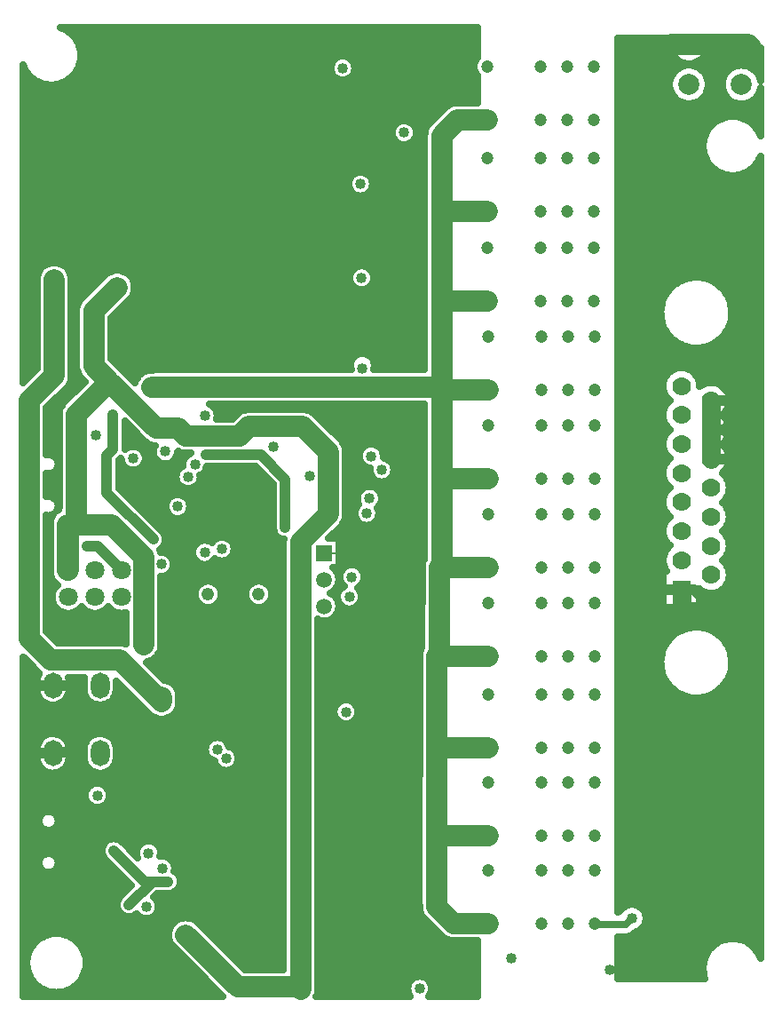
<source format=gbr>
G04 DipTrace 3.3.1.3*
G04 VDD.gbr*
%MOMM*%
G04 #@! TF.FileFunction,Copper,L2,Inr*
G04 #@! TF.Part,Single*
G04 #@! TA.AperFunction,CopperBalancing*
%ADD14C,0.2*%
G04 #@! TA.AperFunction,Conductor*
%ADD16C,1.0*%
%ADD17C,0.7*%
%ADD18C,2.0*%
G04 #@! TA.AperFunction,ComponentPad*
%ADD21C,1.778*%
G04 #@! TA.AperFunction,ViaPad*
%ADD22C,1.016*%
G04 #@! TA.AperFunction,CopperBalancing*
%ADD28C,0.635*%
G04 #@! TA.AperFunction,ComponentPad*
%ADD29O,1.8X2.5*%
%ADD51C,1.8*%
%ADD57R,1.5X1.5*%
%ADD58C,1.5*%
%ADD59R,1.778X1.778*%
%ADD62C,1.2*%
%ADD77C,2.0*%
%ADD78C,1.2192*%
%FSLAX35Y35*%
G04*
G71*
G90*
G75*
G01*
G04 Inner1*
%LPD*%
X2029000Y7890000D2*
D18*
X1806000Y7667000D1*
Y7141000D1*
X1955000Y6992000D1*
X2402000Y6545000D1*
X2612000D1*
X2685000Y6472000D1*
X3195000D1*
X3285000Y6562000D1*
X3709000D1*
X3779000Y5320000D2*
Y5464000D1*
X4042000Y5727000D1*
Y6320000D1*
X3800000Y6562000D1*
X3709000D1*
X3779000Y1200000D2*
Y5320000D1*
X2281000Y4480000D2*
Y5321000D1*
X1974000Y5628000D1*
X1554000D1*
Y5190000D1*
X1563000D1*
X1565000D1*
Y5579000D1*
X1641000Y5655000D1*
Y6678000D1*
X1955000Y6992000D1*
X2684000Y1716000D2*
X3181000Y1219000D1*
X3760000D1*
D16*
X3779000Y1200000D1*
X1745000Y5420000D2*
X1841000D1*
X2071000Y5190000D1*
X1616000Y3454000D2*
X1423000D1*
X1416000Y3447000D1*
X1209000D1*
Y3302147D1*
X1581000Y2930147D1*
X1716000Y2795147D1*
Y2090000D1*
X1792000Y2014000D1*
X1616000Y4097000D2*
X1416000D1*
X1183000D1*
Y3473000D1*
X1209000Y3447000D1*
X1616000Y3107000D2*
X1581000Y3072000D1*
Y2930147D1*
X2590000Y8413000D2*
Y8117000D1*
X7695000Y6810000D2*
D21*
Y6533133D1*
Y6256300D1*
Y6810000D2*
D16*
X8015000D1*
D18*
Y8468047D1*
X7550160Y8932887D1*
X7495953Y8974047D1*
X7310617Y9172430D1*
X7160000Y9323047D1*
Y9740000D1*
Y10055000D1*
X7310000Y10205000D1*
X7483000D1*
X7983000D1*
X7410533Y5011700D2*
D21*
Y4787000D1*
D18*
X7756000D1*
X7880000D1*
X8014000Y4921000D1*
Y6256300D1*
D16*
X7695000D1*
Y6533133D2*
X7883900D1*
D18*
X8015000D1*
Y6810000D1*
Y6533133D2*
X8014000Y6256300D1*
X7698000Y8771000D2*
D22*
Y8620200D1*
D18*
Y8374093D1*
X7509000Y8185093D1*
X7906000Y8564000D2*
D22*
X7799367Y8457367D1*
D18*
X7509000Y8185093D1*
X7550160Y8932887D2*
X7495953D1*
Y8974047D1*
X6984000Y9740000D2*
X7160000D1*
X7983000Y10205000D2*
X8046000D1*
X8074000Y10177000D1*
X7952000D1*
X7832520Y10057520D1*
X7737000Y9962000D1*
Y9598813D1*
X7310617Y9172430D1*
X7539080Y7187920D2*
X7838920D1*
X7092000Y4273000D2*
D16*
Y3926000D1*
X7201000Y3817000D1*
X7830000D1*
X8014000Y4001000D1*
Y4921000D1*
X7410533Y5011700D2*
X7531300D1*
X7756000Y4787000D1*
X7410533Y5011700D2*
X7092000D1*
X8130000Y10026000D2*
X7864040D1*
X7832520Y10057520D1*
X6939000Y1874000D2*
D17*
X6883000Y1818000D1*
X6593000D1*
X6583000Y1828000D1*
X5561000Y9486000D2*
D18*
X5274000D1*
X5125000Y9337000D1*
Y8618000D1*
X5561000D1*
X5563000Y7756000D2*
X5125000D1*
Y8618000D1*
X5564000Y6911000D2*
X5125000D1*
Y7756000D1*
X5567000Y6066000D2*
X5125000D1*
Y6911000D1*
X5567000Y5222000D2*
X5125000D1*
Y6066000D1*
X5568000Y4372000D2*
X5101000D1*
Y5222000D1*
X5125000D1*
X5569000Y3501000D2*
X5076000D1*
Y4372000D1*
X5101000D1*
X5569000Y2659000D2*
X5076000D1*
Y3501000D1*
X5567000Y1828000D2*
X5236000D1*
X5076000Y1988000D1*
Y2659000D1*
X2361000Y6939000D2*
X5090077D1*
X5125000Y6911000D1*
X2879000Y6295000D2*
D16*
X3397000D1*
X3633000Y6059000D1*
Y5601000D1*
X2514000Y2226000D2*
X2364000D1*
X2142000Y2004000D1*
X1997000Y2518000D2*
X2289000Y2226000D1*
X2364000D1*
X1428000Y7962000D2*
D18*
Y7047000D1*
X1189000Y6808000D1*
Y4543000D1*
X1395000Y4337000D1*
X2053000D1*
X2452000Y3938000D1*
Y3984000D1*
X1931000Y5928000D2*
D16*
X2373000Y5486000D1*
X1988000Y6673000D2*
Y6344000D1*
X1931000Y6287000D1*
Y5928000D1*
D22*
X2706000Y6084000D3*
X3029000Y5395000D3*
X3522000Y6369000D3*
X2029000Y7890000D3*
X3709000Y6562000D3*
X2612000Y6545000D3*
D3*
X3779000Y5320000D3*
Y1200000D3*
Y5320000D3*
X2281000Y4480000D3*
X2684000Y1716000D3*
X3779000Y1200000D3*
X3069710Y3399007D3*
X2983723Y3484993D3*
X4598000Y9804000D3*
X4603000Y8859000D3*
X4590000Y7972000D3*
X4591000Y7125000D3*
X4631000Y6254000D3*
X4560000Y5357000D3*
Y4506000D3*
Y5357000D3*
X4617000Y3672000D3*
X4560000Y4506000D3*
X4617000Y2814000D3*
Y3672000D3*
Y1944000D3*
Y2814000D3*
X2890000Y4310000D3*
X1616000Y3454000D3*
X4617000Y3672000D3*
X1616000Y4097000D3*
Y3454000D3*
X2890000Y4310000D3*
X1745000Y5420000D3*
X1986000Y7332000D3*
X2590000Y8117000D3*
X2817877Y7836397D3*
X2838000Y2497000D3*
X2848000Y1803000D3*
X2838000Y2497000D3*
X3239000Y5835000D3*
X1792000Y2014000D3*
X2007000D3*
X3457000Y7151000D3*
X3468000Y6743000D3*
X3239000Y5835000D3*
X2376000Y7488000D3*
X2089000D3*
X1745000Y5420000D3*
X2614000Y5547000D3*
X4455000Y1631000D3*
X4617000Y1944000D3*
X5789000Y1492000D3*
X4455000Y1631000D3*
X2838000Y2497000D3*
X2007000Y2014000D3*
X3239000Y5835000D3*
X2614000Y5547000D3*
D3*
X3239000Y5835000D3*
X2414000Y5791000D3*
X1745000Y5420000D3*
D3*
X1616000Y3454000D3*
Y4097000D3*
Y3454000D3*
X1792000Y2014000D3*
X1616000Y4097000D3*
D3*
Y3454000D3*
Y4097000D3*
Y3107000D3*
X3468000Y6743000D3*
X2590000Y8413000D3*
Y8117000D3*
Y8413000D3*
Y8117000D3*
D3*
X2817877Y7836397D3*
D3*
X2376000Y7488000D3*
D3*
X2089000D3*
D3*
X1986000Y7332000D3*
X3457000Y7151000D3*
D3*
X2817877Y7836397D3*
X4560000Y5357000D3*
X3111000Y4583000D3*
X2890000Y4310000D3*
X3088000Y3947000D3*
X2890000Y4310000D3*
X3088000Y3947000D3*
D3*
X2890000Y4310000D3*
D3*
X2726000D3*
X2590000Y8413000D3*
X2838000Y2497000D3*
X1557000Y1897000D3*
X1792000Y2014000D3*
X1372000Y5420000D3*
X3986000Y10169000D3*
D3*
X2524000Y9668000D3*
X1986000Y7332000D3*
X4560000Y4506000D3*
Y5357000D3*
Y4506000D3*
X4617000Y3672000D3*
D3*
Y2814000D3*
D3*
Y1944000D3*
D3*
X4455000Y1631000D3*
X2848000Y1803000D3*
X2007000Y2014000D3*
X3534000Y4310000D3*
X3111000Y4583000D3*
D3*
X2590000Y8117000D3*
Y8413000D3*
X3534000Y4310000D3*
D3*
X2846000Y3705000D3*
X3088000Y3947000D3*
X3534000Y4591000D3*
X2443000Y2613000D3*
X2838000Y2497000D3*
X3868000Y6095000D3*
X4268000Y5129000D3*
X4212000Y3842000D3*
X4409000Y5735000D3*
X4180000Y9980000D3*
X4437000Y5877000D3*
X4350000Y8875000D3*
X4553000Y6151000D3*
X4360000Y7980000D3*
X4452000Y6281000D3*
X4363000Y7116000D3*
X4244000Y4939000D3*
X2864000Y5363000D3*
X2770000Y6199000D3*
X4914000Y1207000D3*
X6724000Y1386000D3*
X7495953Y8974047D3*
D3*
D3*
D3*
D3*
X7787477Y8682523D3*
X7906000Y8564000D3*
D3*
X7787477Y8682523D3*
X7906000Y8564000D3*
X7495953Y8974047D3*
X7787477Y8682523D3*
X7906000Y8564000D3*
X7495953Y8974047D3*
X6984000Y9740000D3*
X7838920Y7187920D3*
X7539080D3*
X7838920D3*
X7092000Y5011700D3*
Y4273000D3*
Y5011700D3*
D3*
X8130000Y10026000D3*
X2329000Y2497000D3*
X2308000Y1987000D3*
X2181000Y6261000D3*
X6939000Y1874000D3*
X4766000Y9365000D3*
X2361000Y6939000D3*
X1823000Y6481000D3*
X3633000Y5601000D3*
X2879000Y6295000D3*
X3633000Y5601000D3*
X2606000Y5801000D3*
X2868000Y6669000D3*
X2514000Y2226000D3*
X2142000Y2004000D3*
X1997000Y2518000D3*
X1840000Y3046000D3*
X2464000Y2349000D3*
X2486000Y6326000D3*
X1428000Y7962000D3*
X2452000Y3984000D3*
X2450000Y5249000D3*
X1931000Y5928000D3*
X2373000Y5486000D3*
X1988000Y6673000D3*
D3*
X1931000Y5928000D3*
X7599000Y8873000D3*
X7698000Y8771000D3*
X2524000Y8620000D3*
X2016000D3*
X3032000D3*
Y8112000D3*
Y9128000D3*
X2524000D3*
X1966000Y9143000D3*
X1508000Y9154000D3*
Y8620000D3*
X3540000Y3032000D3*
Y2524000D3*
Y2016000D3*
Y1508000D3*
X2026000Y1455000D3*
X2006000Y1763000D3*
X3540000Y3540000D3*
X3021000Y9661000D3*
X3027000Y10165000D3*
X2524000Y10171000D3*
X1968000Y10181000D3*
X1965000Y9649000D3*
X1507000Y9662000D3*
X3538000Y10169000D3*
X3488000Y9636000D3*
X3500000Y9135000D3*
X3540000Y8620000D3*
Y8112000D3*
X4048000Y9128000D3*
Y8620000D3*
Y8112000D3*
Y7604000D3*
Y7124000D3*
X1598977Y10306083D2*
D28*
X5462890D1*
X1649563Y10242917D2*
X5462890D1*
X1676907Y10179750D2*
X5462890D1*
X1687933Y10116583D2*
X5462890D1*
X1684563Y10053417D2*
X4085040D1*
X4275017D2*
X5440013D1*
X1666243Y9990250D2*
X4059063D1*
X4300993D2*
X5423423D1*
X1629237Y9927083D2*
X4071460D1*
X4288600D2*
X5445027D1*
X1139147Y9863917D2*
X1239283D1*
X1560697D2*
X5462890D1*
X1139147Y9800750D2*
X5462890D1*
X1139147Y9737583D2*
X5462890D1*
X1139147Y9674417D2*
X5462890D1*
X1139147Y9611250D2*
X5161290D1*
X1139147Y9548083D2*
X5097397D1*
X1139147Y9484917D2*
X5034233D1*
X1139147Y9421750D2*
X4659530D1*
X4872480D2*
X4977903D1*
X1139147Y9358583D2*
X4644767D1*
X4887243D2*
X4955757D1*
X1139147Y9295417D2*
X4668007D1*
X4864003D2*
X4954387D1*
X1139147Y9232250D2*
X4954387D1*
X1139147Y9169083D2*
X4954387D1*
X1139147Y9105917D2*
X4954387D1*
X1139147Y9042750D2*
X4954387D1*
X1139147Y8979583D2*
X4295587D1*
X4404353D2*
X4954387D1*
X1139147Y8916417D2*
X4236250D1*
X4463690D2*
X4954387D1*
X1139147Y8853250D2*
X4230600D1*
X4469340D2*
X4954387D1*
X1139147Y8790083D2*
X4265963D1*
X4434067D2*
X4954387D1*
X1139147Y8726917D2*
X4954387D1*
X1139147Y8663750D2*
X4954387D1*
X1139147Y8600583D2*
X4954387D1*
X1139147Y8537417D2*
X4954387D1*
X1139147Y8474250D2*
X4954387D1*
X1139147Y8411083D2*
X4954387D1*
X1139147Y8347917D2*
X4954387D1*
X1139147Y8284750D2*
X4954387D1*
X1139147Y8221583D2*
X4954387D1*
X1139147Y8158417D2*
X4954387D1*
X1139147Y8095250D2*
X1325507D1*
X1530433D2*
X4954387D1*
X1139147Y8032083D2*
X1273100D1*
X1582933D2*
X1940197D1*
X2117870D2*
X4251017D1*
X4468977D2*
X4954387D1*
X1139147Y7968917D2*
X1257513D1*
X1598520D2*
X1869193D1*
X2179483D2*
X4239077D1*
X4480917D2*
X4954387D1*
X1139147Y7905750D2*
X1257330D1*
X1598613D2*
X1806030D1*
X2198897D2*
X4265690D1*
X4454303D2*
X4954387D1*
X1139147Y7842583D2*
X1257330D1*
X1598613D2*
X1742863D1*
X2192610D2*
X4954387D1*
X1139147Y7779417D2*
X1257330D1*
X1598613D2*
X1679883D1*
X2156880D2*
X4954387D1*
X1139147Y7716250D2*
X1257330D1*
X1598613D2*
X1642877D1*
X2093897D2*
X4954387D1*
X1139147Y7653083D2*
X1257330D1*
X1598613D2*
X1635403D1*
X2030733D2*
X4954387D1*
X1139147Y7589917D2*
X1257330D1*
X1598613D2*
X1635403D1*
X1976683D2*
X4954387D1*
X1139147Y7526750D2*
X1257330D1*
X1598613D2*
X1635403D1*
X1976683D2*
X4954387D1*
X1139147Y7463583D2*
X1257330D1*
X1598613D2*
X1635403D1*
X1976683D2*
X4954387D1*
X1139147Y7400417D2*
X1257330D1*
X1598613D2*
X1635403D1*
X1976683D2*
X4954387D1*
X1139147Y7337250D2*
X1257330D1*
X1598613D2*
X1635403D1*
X1976683D2*
X4954387D1*
X1139147Y7274083D2*
X1257330D1*
X1598613D2*
X1635403D1*
X1976683D2*
X4954387D1*
X1139147Y7210917D2*
X1257330D1*
X1598613D2*
X1635403D1*
X1976683D2*
X4266603D1*
X4469340D2*
X4954387D1*
X1139147Y7147750D2*
X1257330D1*
X1598613D2*
X1635403D1*
X2037933D2*
X4246550D1*
X4489393D2*
X4954387D1*
X1139147Y7084583D2*
X1226887D1*
X1598613D2*
X1645340D1*
X2101100D2*
X2278530D1*
X1596607Y7021417D2*
X1686900D1*
X2164263D2*
X2212540D1*
X1572637Y6958250D2*
X1682527D1*
X1514757Y6895083D2*
X1619363D1*
X1451593Y6831917D2*
X1556197D1*
X1388430Y6768750D2*
X1497683D1*
X2931803D2*
X4954387D1*
X1359627Y6705583D2*
X1472710D1*
X2983480D2*
X3198830D1*
X3886190D2*
X4954387D1*
X1359627Y6642417D2*
X1470340D1*
X2986307D2*
X3126733D1*
X3958287D2*
X4954387D1*
X1359627Y6579250D2*
X1470340D1*
X4021450D2*
X4954387D1*
X1359627Y6516083D2*
X1470340D1*
X2108663D2*
X2192213D1*
X4084613D2*
X4954387D1*
X1359627Y6452917D2*
X1470340D1*
X2108663D2*
X2255377D1*
X4147780D2*
X4954387D1*
X1359627Y6389750D2*
X1470340D1*
X2108663D2*
X2341877D1*
X4197087D2*
X4407970D1*
X4496047D2*
X4954387D1*
X1359627Y6326583D2*
X1470340D1*
X2282933D2*
X2367580D1*
X4212493D2*
X4339973D1*
X4564040D2*
X4954387D1*
X2303443Y6263417D2*
X2384167D1*
X2593833D2*
X2668270D1*
X4212673D2*
X4331953D1*
X4584003D2*
X4954387D1*
X2286123Y6200250D2*
X2648580D1*
X4212673D2*
X4363673D1*
X4663390D2*
X4954387D1*
X2051607Y6137083D2*
X2597540D1*
X2873377D2*
X3386953D1*
X4212673D2*
X4432397D1*
X4673600D2*
X4954387D1*
X1359627Y6073917D2*
X1470340D1*
X2051607D2*
X2584960D1*
X2826983D2*
X3450117D1*
X4212673D2*
X4461197D1*
X4644797D2*
X4954387D1*
X1359627Y6010750D2*
X1470340D1*
X2051607D2*
X2610847D1*
X2801100D2*
X3512370D1*
X4212673D2*
X4954387D1*
X1359627Y5947583D2*
X1470340D1*
X2079407D2*
X3512370D1*
X4212673D2*
X4339700D1*
X4534237D2*
X4954387D1*
X1426893Y5884417D2*
X1470340D1*
X2142570D2*
X2520340D1*
X2691633D2*
X3512370D1*
X4212673D2*
X4315820D1*
X4558207D2*
X4954387D1*
X2205733Y5821250D2*
X2486340D1*
X2725630D2*
X3512370D1*
X4212673D2*
X4326483D1*
X4544080D2*
X4954387D1*
X2268897Y5758083D2*
X2492903D1*
X2719160D2*
X3512370D1*
X4212673D2*
X4289937D1*
X4528130D2*
X4954387D1*
X1359627Y5694917D2*
X1397603D1*
X2332063D2*
X2554973D1*
X2656997D2*
X3512370D1*
X4209483D2*
X4294767D1*
X4523207D2*
X4954387D1*
X2395227Y5631750D2*
X3512370D1*
X4182230D2*
X4351823D1*
X4466150D2*
X4954387D1*
X2459483Y5568583D2*
X3516197D1*
X4122257D2*
X4954387D1*
X2492753Y5505417D2*
X2990197D1*
X3067790D2*
X3562500D1*
X4059093D2*
X4954387D1*
X2485827Y5442250D2*
X2774180D1*
X3140253D2*
X3608347D1*
X4150603D2*
X4954387D1*
X2441073Y5379083D2*
X2743647D1*
X3149367D2*
X3608347D1*
X4150603D2*
X4954387D1*
X2549993Y5315917D2*
X2752670D1*
X3118923D2*
X3608347D1*
X4150603D2*
X4954387D1*
X2571410Y5252750D2*
X2824583D1*
X2903363D2*
X3608347D1*
X4150603D2*
X4933243D1*
X2554913Y5189583D2*
X3608347D1*
X4121253D2*
X4163790D1*
X4372180D2*
X4930327D1*
X1359627Y5126417D2*
X1396147D1*
X2451647D2*
X3608347D1*
X4389407D2*
X4930327D1*
X1359627Y5063250D2*
X1443087D1*
X2451647D2*
X2813647D1*
X2979107D2*
X3296263D1*
X3461723D2*
X3608347D1*
X4368807D2*
X4930327D1*
X1359627Y5000083D2*
X1416290D1*
X2451647D2*
X2770080D1*
X3022673D2*
X3252697D1*
X3505290D2*
X3608347D1*
X4104120D2*
X4140090D1*
X4347933D2*
X4930327D1*
X1359627Y4936917D2*
X1402343D1*
X2451647D2*
X2767800D1*
X3025043D2*
X3250327D1*
X3507660D2*
X3608347D1*
X4365433D2*
X4930327D1*
X1359627Y4873750D2*
X1415470D1*
X2451647D2*
X2803163D1*
X2989587D2*
X3285780D1*
X3472207D2*
X3608347D1*
X4345200D2*
X4930327D1*
X1359627Y4810583D2*
X1466783D1*
X1659223D2*
X1720807D1*
X1913247D2*
X1974740D1*
X2451647D2*
X3608347D1*
X4144953D2*
X4930327D1*
X1359627Y4747417D2*
X2110363D1*
X2451647D2*
X3608347D1*
X4105577D2*
X4930327D1*
X1359627Y4684250D2*
X2110363D1*
X2451647D2*
X3608347D1*
X3949627D2*
X4930327D1*
X1359627Y4621083D2*
X2110363D1*
X2451647D2*
X3608347D1*
X3949627D2*
X4930327D1*
X1412767Y4557917D2*
X2110363D1*
X2451647D2*
X3608347D1*
X3949627D2*
X4930327D1*
X2451647Y4494750D2*
X3608347D1*
X3949627D2*
X4930327D1*
X2444353Y4431583D2*
X3608347D1*
X3949627D2*
X4916563D1*
X2407897Y4368417D2*
X3608347D1*
X3949627D2*
X4905353D1*
X1139147Y4305250D2*
X1188060D1*
X2323403D2*
X3608347D1*
X3949627D2*
X4905353D1*
X1139147Y4242083D2*
X1251223D1*
X2386567D2*
X3608347D1*
X3949627D2*
X4905353D1*
X1139147Y4178917D2*
X1262710D1*
X2449730D2*
X3608347D1*
X3949627D2*
X4905353D1*
X1139147Y4115750D2*
X1255327D1*
X1576647D2*
X1705403D1*
X2556463D2*
X3608347D1*
X3949627D2*
X4905353D1*
X1139147Y4052583D2*
X1255690D1*
X1576373D2*
X1705677D1*
X2026360D2*
X2098697D1*
X2607597D2*
X3608347D1*
X3949627D2*
X4905353D1*
X1139147Y3989417D2*
X1273463D1*
X1558507D2*
X1723543D1*
X2008493D2*
X2161863D1*
X2622543D2*
X3608347D1*
X3949627D2*
X4905353D1*
X1139147Y3926250D2*
X1336353D1*
X1495707D2*
X1786340D1*
X1945697D2*
X2225027D1*
X2622180D2*
X3608347D1*
X3949627D2*
X4127240D1*
X4296803D2*
X4905353D1*
X1139147Y3863083D2*
X2288190D1*
X2604587D2*
X3608347D1*
X3949627D2*
X4092513D1*
X4331530D2*
X4905353D1*
X1139147Y3799917D2*
X2356640D1*
X2547350D2*
X3608347D1*
X3949627D2*
X4098530D1*
X4325513D2*
X4905353D1*
X1139147Y3736750D2*
X3608347D1*
X3949627D2*
X4159050D1*
X4264900D2*
X4905353D1*
X1139147Y3673583D2*
X3608347D1*
X3949627D2*
X4905353D1*
X1139147Y3610417D2*
X1324140D1*
X1507830D2*
X1774127D1*
X1957910D2*
X3608347D1*
X3949627D2*
X4905353D1*
X1139147Y3547250D2*
X1269817D1*
X1562153D2*
X1719803D1*
X2012140D2*
X2880547D1*
X3086840D2*
X3608347D1*
X3949627D2*
X4905353D1*
X1139147Y3484083D2*
X1255417D1*
X1576647D2*
X1705403D1*
X2026633D2*
X2862317D1*
X3153560D2*
X3608347D1*
X3949627D2*
X4905353D1*
X1139147Y3420917D2*
X1255327D1*
X1576647D2*
X1705403D1*
X2026633D2*
X2881733D1*
X3189017D2*
X3608347D1*
X3949627D2*
X4905353D1*
X1139147Y3357750D2*
X1265170D1*
X1566803D2*
X1715247D1*
X2016790D2*
X2955923D1*
X3183547D2*
X3608347D1*
X3949627D2*
X4905353D1*
X1139147Y3294583D2*
X1309557D1*
X1522413D2*
X1759543D1*
X1972400D2*
X3014987D1*
X3124483D2*
X3608347D1*
X3949627D2*
X4905353D1*
X1139147Y3231417D2*
X3608347D1*
X3949627D2*
X4905353D1*
X1139147Y3168250D2*
X3608347D1*
X3949627D2*
X4905353D1*
X1139147Y3105083D2*
X1734843D1*
X1945147D2*
X3608347D1*
X3949627D2*
X4905353D1*
X1139147Y3041917D2*
X1718620D1*
X1961373D2*
X3608347D1*
X3949627D2*
X4905353D1*
X1139147Y2978750D2*
X1740220D1*
X1939770D2*
X3608347D1*
X3949627D2*
X4905353D1*
X1139147Y2915583D2*
X3608347D1*
X3949627D2*
X4905353D1*
X1139147Y2852417D2*
X1290780D1*
X1458247D2*
X3608347D1*
X3949627D2*
X4905353D1*
X1139147Y2789250D2*
X1277383D1*
X1471647D2*
X3608347D1*
X3949627D2*
X4905353D1*
X1139147Y2726083D2*
X1318033D1*
X1430903D2*
X3608347D1*
X3949627D2*
X4905353D1*
X1139147Y2662917D2*
X3608347D1*
X3949627D2*
X4905353D1*
X1139147Y2599750D2*
X1909663D1*
X2084327D2*
X2270780D1*
X2387207D2*
X3608347D1*
X3949627D2*
X4905353D1*
X1139147Y2536583D2*
X1877030D1*
X2146397D2*
X2214543D1*
X2443443D2*
X3608347D1*
X3949627D2*
X4905353D1*
X1139147Y2473417D2*
X1309283D1*
X1439743D2*
X1884507D1*
X2448000D2*
X3608347D1*
X3949627D2*
X4905353D1*
X1139147Y2410250D2*
X1276653D1*
X1472373D2*
X1936733D1*
X2566580D2*
X3608347D1*
X3949627D2*
X4905353D1*
X1139147Y2347083D2*
X1295340D1*
X1453600D2*
X1999897D1*
X2582350D2*
X3608347D1*
X3949627D2*
X4905353D1*
X1139147Y2283917D2*
X2063060D1*
X2619810D2*
X3608347D1*
X3949627D2*
X4905353D1*
X1139147Y2220750D2*
X2126223D1*
X2635303D2*
X3608347D1*
X3949627D2*
X4905353D1*
X1139147Y2157583D2*
X2127590D1*
X2612883D2*
X3608347D1*
X3949627D2*
X4905353D1*
X1139147Y2094417D2*
X2064427D1*
X2400420D2*
X3608347D1*
X3949627D2*
X4905353D1*
X1139147Y2031250D2*
X2023867D1*
X2420563D2*
X3608347D1*
X3949627D2*
X4905353D1*
X1139147Y1968083D2*
X2026330D1*
X2427857D2*
X3608347D1*
X3949627D2*
X4906537D1*
X1139147Y1904917D2*
X2077097D1*
X2395043D2*
X3608347D1*
X3949627D2*
X4927957D1*
X1139147Y1841750D2*
X2571927D1*
X2796087D2*
X3608347D1*
X3949627D2*
X4983553D1*
X1139147Y1778583D2*
X2525717D1*
X2860070D2*
X3608347D1*
X3949627D2*
X5046720D1*
X1139147Y1715417D2*
X1348113D1*
X1551853D2*
X2513320D1*
X2923233D2*
X3608347D1*
X3949627D2*
X5109883D1*
X1139147Y1652250D2*
X1247030D1*
X1653027D2*
X2526263D1*
X2986397D2*
X3608347D1*
X3949627D2*
X5462890D1*
X1139147Y1589083D2*
X1198270D1*
X1701790D2*
X2572200D1*
X3049653D2*
X3608347D1*
X3949627D2*
X5462890D1*
X1139147Y1525917D2*
X1172067D1*
X1728040D2*
X2635363D1*
X3112817D2*
X3608347D1*
X3949627D2*
X5462890D1*
X1738157Y1462750D2*
X2698530D1*
X3175980D2*
X3608347D1*
X3949627D2*
X5462890D1*
X1733873Y1399583D2*
X2761693D1*
X3239147D2*
X3608347D1*
X3949627D2*
X5462890D1*
X1139147Y1336417D2*
X1185417D1*
X1714550D2*
X2824857D1*
X3949627D2*
X5462890D1*
X1139147Y1273250D2*
X1223790D1*
X1676177D2*
X2888020D1*
X3949627D2*
X4813567D1*
X5014483D2*
X5462890D1*
X1139147Y1210083D2*
X1295247D1*
X1604720D2*
X2951187D1*
X3949627D2*
X4792603D1*
X5035357D2*
X5462890D1*
X1139147Y1146917D2*
X3014350D1*
X3940787D2*
X4809467D1*
X5018493D2*
X5462890D1*
X1711713Y3481953D2*
X1713610Y3506137D1*
X1719260Y3529677D1*
X1728527Y3552047D1*
X1741177Y3572690D1*
X1756900Y3591100D1*
X1775310Y3606823D1*
X1795953Y3619473D1*
X1818323Y3628740D1*
X1841863Y3634390D1*
X1866000Y3636290D1*
X1890137Y3634390D1*
X1913677Y3628740D1*
X1936047Y3619473D1*
X1956690Y3606823D1*
X1975100Y3591100D1*
X1990823Y3572690D1*
X2003473Y3552047D1*
X2012740Y3529677D1*
X2018390Y3506137D1*
X2020290Y3482000D1*
X2019813Y3399893D1*
X2016027Y3375983D1*
X2008547Y3352957D1*
X1997553Y3331383D1*
X1983323Y3311797D1*
X1966203Y3294677D1*
X1946617Y3280447D1*
X1925043Y3269453D1*
X1902017Y3261973D1*
X1878107Y3258187D1*
X1853893D1*
X1829983Y3261973D1*
X1806957Y3269453D1*
X1785383Y3280447D1*
X1765797Y3294677D1*
X1748677Y3311797D1*
X1734447Y3331383D1*
X1723453Y3352957D1*
X1715973Y3375983D1*
X1712187Y3399893D1*
X1711710Y3458667D1*
Y3481910D1*
X1711713Y4131953D2*
X1713610Y4156137D1*
X1717297Y4172710D1*
X1564937Y4172293D1*
X1568710Y4154023D1*
X1570253Y4135433D1*
X1570007Y4052673D1*
X1567757Y4034153D1*
X1563287Y4016040D1*
X1556663Y3998603D1*
X1547983Y3982090D1*
X1537373Y3966743D1*
X1524990Y3952790D1*
X1511013Y3940437D1*
X1495647Y3929857D1*
X1479117Y3921210D1*
X1461663Y3914623D1*
X1443543Y3910187D1*
X1425020Y3907973D1*
X1406363Y3908010D1*
X1387850Y3910300D1*
X1369747Y3914807D1*
X1352320Y3921463D1*
X1335823Y3930177D1*
X1320500Y3940817D1*
X1306573Y3953227D1*
X1294247Y3967230D1*
X1283697Y3982617D1*
X1275083Y3999163D1*
X1268530Y4016630D1*
X1264133Y4034760D1*
X1261957Y4053287D1*
X1261710Y4132617D1*
X1262913Y4151233D1*
X1266353Y4169570D1*
X1271983Y4187353D1*
X1279717Y4204333D1*
X1285593Y4214427D1*
X1146837Y4352823D1*
X1132720Y4366937D1*
X1132750Y1132837D1*
X3034840Y1132750D1*
X2567830Y1599830D1*
X2551087Y1619433D1*
X2537617Y1641413D1*
X2527750Y1665230D1*
X2521733Y1690300D1*
X2519710Y1716000D1*
X2521733Y1741700D1*
X2527750Y1766770D1*
X2537617Y1790587D1*
X2551087Y1812567D1*
X2567830Y1832170D1*
X2587433Y1848913D1*
X2609413Y1862383D1*
X2633230Y1872250D1*
X2658300Y1878267D1*
X2684000Y1880290D1*
X2709700Y1878267D1*
X2734770Y1872250D1*
X2758587Y1862383D1*
X2780567Y1848913D1*
X2800170Y1832170D1*
X3249063Y1383277D1*
X3614763Y1383290D1*
X3614710Y5464000D1*
X3614997Y5487327D1*
X3597437Y5491543D1*
X3580750Y5498453D1*
X3565353Y5507890D1*
X3551620Y5519620D1*
X3539890Y5533353D1*
X3530453Y5548750D1*
X3523543Y5565437D1*
X3519327Y5582997D1*
X3517910Y5601000D1*
X3518710Y5624333D1*
Y6011613D1*
X3349620Y6180750D1*
X2888030Y6180263D1*
X2883550Y6180090D1*
X2879457Y6163437D1*
X2872547Y6146750D1*
X2863110Y6131353D1*
X2851380Y6117620D1*
X2837647Y6105890D1*
X2820487Y6095640D1*
X2820737Y6074970D1*
X2817910Y6057133D1*
X2812330Y6039957D1*
X2804130Y6023867D1*
X2793517Y6009257D1*
X2780743Y5996483D1*
X2766133Y5985870D1*
X2750043Y5977670D1*
X2732867Y5972090D1*
X2715030Y5969263D1*
X2696970D1*
X2679133Y5972090D1*
X2661957Y5977670D1*
X2645867Y5985870D1*
X2631257Y5996483D1*
X2618483Y6009257D1*
X2607870Y6023867D1*
X2599670Y6039957D1*
X2594090Y6057133D1*
X2591263Y6074970D1*
Y6093030D1*
X2594090Y6110867D1*
X2599670Y6128043D1*
X2607870Y6144133D1*
X2618483Y6158743D1*
X2631257Y6171517D1*
X2645867Y6182130D1*
X2655513Y6187360D1*
X2655263Y6208030D1*
X2658090Y6225867D1*
X2663670Y6243043D1*
X2671870Y6259133D1*
X2682483Y6273743D1*
X2695257Y6286517D1*
X2709867Y6297130D1*
X2725957Y6305330D1*
X2732417Y6307713D1*
X2672110Y6308217D1*
X2646647Y6312250D1*
X2622130Y6320217D1*
X2610370Y6325640D1*
X2604090Y6323000D1*
X2602673Y6304997D1*
X2598457Y6287437D1*
X2591547Y6270750D1*
X2582110Y6255353D1*
X2570380Y6241620D1*
X2556647Y6229890D1*
X2541250Y6220453D1*
X2524563Y6213543D1*
X2507003Y6209327D1*
X2489000Y6207910D1*
X2470997Y6209327D1*
X2453437Y6213543D1*
X2436750Y6220453D1*
X2421353Y6229890D1*
X2407620Y6241620D1*
X2395890Y6255353D1*
X2386453Y6270750D1*
X2379543Y6287437D1*
X2375327Y6304997D1*
X2373910Y6323000D1*
X2375327Y6341003D1*
X2379543Y6358563D1*
X2386453Y6375250D1*
X2389783Y6381193D1*
X2376300Y6382733D1*
X2351230Y6388750D1*
X2327413Y6398617D1*
X2305433Y6412087D1*
X2285797Y6428867D1*
X2102340Y6612317D1*
X2102290Y6344063D1*
X2114353Y6354110D1*
X2129750Y6363547D1*
X2146437Y6370457D1*
X2163997Y6374673D1*
X2182000Y6376090D1*
X2200003Y6374673D1*
X2217563Y6370457D1*
X2234250Y6363547D1*
X2249647Y6354110D1*
X2263380Y6342380D1*
X2275110Y6328647D1*
X2284547Y6313250D1*
X2291457Y6296563D1*
X2295673Y6279003D1*
X2297090Y6261000D1*
X2295673Y6242997D1*
X2291457Y6225437D1*
X2284547Y6208750D1*
X2275110Y6193353D1*
X2263380Y6179620D1*
X2249647Y6167890D1*
X2234250Y6158453D1*
X2217563Y6151543D1*
X2200003Y6147327D1*
X2182000Y6145910D1*
X2163997Y6147327D1*
X2146437Y6151543D1*
X2129750Y6158453D1*
X2114353Y6167890D1*
X2100620Y6179620D1*
X2088890Y6193353D1*
X2079453Y6208750D1*
X2072543Y6225437D1*
X2068327Y6242997D1*
X2066923Y6261317D1*
X2045290Y6239660D1*
Y5975373D1*
X2447743Y5573517D1*
X2460517Y5560743D1*
X2471130Y5546133D1*
X2479330Y5530043D1*
X2484910Y5512867D1*
X2487737Y5495030D1*
Y5476970D1*
X2484910Y5459133D1*
X2479330Y5441957D1*
X2471130Y5425867D1*
X2460517Y5411257D1*
X2447743Y5398483D1*
X2431503Y5386957D1*
X2440970Y5363737D1*
X2459030D1*
X2476867Y5360910D1*
X2494043Y5355330D1*
X2510133Y5347130D1*
X2524743Y5336517D1*
X2537517Y5323743D1*
X2548130Y5309133D1*
X2556330Y5293043D1*
X2561910Y5275867D1*
X2564737Y5258030D1*
Y5239970D1*
X2561910Y5222133D1*
X2556330Y5204957D1*
X2548130Y5188867D1*
X2537517Y5174257D1*
X2524743Y5161483D1*
X2510133Y5150870D1*
X2494043Y5142670D1*
X2476867Y5137090D1*
X2459030Y5134263D1*
X2445310Y5134093D1*
X2444783Y4467110D1*
X2440750Y4441647D1*
X2432783Y4417130D1*
X2421080Y4394160D1*
X2405927Y4373303D1*
X2387697Y4355073D1*
X2366840Y4339920D1*
X2343870Y4328217D1*
X2319353Y4320250D1*
X2304850Y4317513D1*
X2475760Y4146583D1*
X2490353Y4143750D1*
X2514870Y4135783D1*
X2537840Y4124080D1*
X2558697Y4108927D1*
X2576927Y4090697D1*
X2592080Y4069840D1*
X2603783Y4046870D1*
X2611750Y4022353D1*
X2615783Y3996890D1*
X2616290Y3947200D1*
X2615783Y3925110D1*
X2611750Y3899647D1*
X2603783Y3875130D1*
X2592080Y3852160D1*
X2576927Y3831303D1*
X2558697Y3813073D1*
X2537840Y3797920D1*
X2514870Y3786217D1*
X2490353Y3778250D1*
X2464890Y3774217D1*
X2439110D1*
X2413647Y3778250D1*
X2389130Y3786217D1*
X2366160Y3797920D1*
X2345303Y3813073D1*
X2302830Y3854827D1*
X2020220Y4137440D1*
X2019813Y4049893D1*
X2016027Y4025983D1*
X2008547Y4002957D1*
X1997553Y3981383D1*
X1983323Y3961797D1*
X1966203Y3944677D1*
X1946617Y3930447D1*
X1925043Y3919453D1*
X1902017Y3911973D1*
X1878107Y3908187D1*
X1853893D1*
X1829983Y3911973D1*
X1806957Y3919453D1*
X1785383Y3930447D1*
X1765797Y3944677D1*
X1748677Y3961797D1*
X1734447Y3981383D1*
X1723453Y4002957D1*
X1715973Y4025983D1*
X1712187Y4049893D1*
X1711710Y4108667D1*
Y4131910D1*
X1261717Y3482017D2*
X1262913Y3501233D1*
X1266353Y3519570D1*
X1271983Y3537353D1*
X1279717Y3554333D1*
X1289440Y3570250D1*
X1301017Y3584880D1*
X1314273Y3598007D1*
X1329020Y3609433D1*
X1345033Y3619000D1*
X1362087Y3626563D1*
X1379930Y3632013D1*
X1398297Y3635270D1*
X1416927Y3636287D1*
X1435540Y3635047D1*
X1453867Y3631570D1*
X1471643Y3625907D1*
X1488603Y3618140D1*
X1504503Y3608383D1*
X1519110Y3596777D1*
X1532210Y3583493D1*
X1543610Y3568727D1*
X1553143Y3552690D1*
X1560673Y3535623D1*
X1566087Y3517770D1*
X1569307Y3499397D1*
X1570290Y3477333D1*
X1569657Y3398020D1*
X1566843Y3379577D1*
X1561830Y3361610D1*
X1554680Y3344377D1*
X1545507Y3328133D1*
X1534437Y3313117D1*
X1521637Y3299547D1*
X1507293Y3287617D1*
X1491613Y3277510D1*
X1474830Y3269367D1*
X1457187Y3263310D1*
X1438940Y3259423D1*
X1420357Y3257770D1*
X1401713Y3258373D1*
X1383277Y3261220D1*
X1365317Y3266273D1*
X1348100Y3273453D1*
X1331873Y3282663D1*
X1316880Y3293760D1*
X1303333Y3306587D1*
X1291437Y3320957D1*
X1281357Y3336653D1*
X1273250Y3353453D1*
X1267227Y3371110D1*
X1263380Y3389367D1*
X1261763Y3407950D1*
X1261710Y3481800D1*
X1681213Y10077867D2*
X1678610Y10055873D1*
X1674290Y10034150D1*
X1668277Y10012830D1*
X1660610Y9992050D1*
X1651337Y9971937D1*
X1640517Y9952613D1*
X1628210Y9934197D1*
X1614497Y9916800D1*
X1599463Y9900537D1*
X1583200Y9885503D1*
X1565803Y9871790D1*
X1547387Y9859483D1*
X1528063Y9848663D1*
X1507950Y9839390D1*
X1487170Y9831723D1*
X1465850Y9825710D1*
X1444127Y9821390D1*
X1422133Y9818787D1*
X1400000Y9817917D1*
X1377867Y9818787D1*
X1355873Y9821390D1*
X1334150Y9825710D1*
X1312830Y9831723D1*
X1292050Y9839390D1*
X1271937Y9848663D1*
X1252613Y9859483D1*
X1234197Y9871790D1*
X1216800Y9885503D1*
X1200537Y9900537D1*
X1185503Y9916800D1*
X1171790Y9934197D1*
X1159483Y9952613D1*
X1148663Y9971937D1*
X1139390Y9992050D1*
X1132770Y10009990D1*
X1132750Y6984033D1*
X1263667Y7115007D1*
X1263710Y7962000D1*
X1265733Y7987700D1*
X1271750Y8012770D1*
X1281617Y8036587D1*
X1295087Y8058567D1*
X1311830Y8078170D1*
X1331433Y8094913D1*
X1353413Y8108383D1*
X1377230Y8118250D1*
X1402300Y8124267D1*
X1428000Y8126290D1*
X1453700Y8124267D1*
X1478770Y8118250D1*
X1502587Y8108383D1*
X1524567Y8094913D1*
X1544170Y8078170D1*
X1560913Y8058567D1*
X1574383Y8036587D1*
X1584250Y8012770D1*
X1590267Y7987700D1*
X1592290Y7962000D1*
X1591783Y7034110D1*
X1587750Y7008647D1*
X1579783Y6984130D1*
X1568080Y6961160D1*
X1552927Y6940303D1*
X1511173Y6897830D1*
X1353333Y6739993D1*
X1353290Y6294393D1*
X1367297Y6296507D1*
X1381703D1*
X1395927Y6294253D1*
X1409627Y6289803D1*
X1422460Y6283263D1*
X1434113Y6274797D1*
X1444297Y6264613D1*
X1452763Y6252960D1*
X1459303Y6240127D1*
X1463753Y6226427D1*
X1466007Y6212203D1*
Y6197797D1*
X1463753Y6183573D1*
X1459303Y6169873D1*
X1452763Y6157040D1*
X1444297Y6145387D1*
X1434113Y6135203D1*
X1422460Y6126737D1*
X1409627Y6120197D1*
X1395927Y6115747D1*
X1381703Y6113493D1*
X1367297D1*
X1353267Y6115707D1*
X1353290Y5894263D1*
X1367297Y5896507D1*
X1381703D1*
X1395927Y5894253D1*
X1409627Y5889803D1*
X1422460Y5883263D1*
X1434113Y5874797D1*
X1444297Y5864613D1*
X1452763Y5852960D1*
X1459303Y5840127D1*
X1463753Y5826427D1*
X1466007Y5812203D1*
Y5797797D1*
X1463753Y5783573D1*
X1459303Y5769873D1*
X1453107Y5757653D1*
X1468203Y5768103D1*
X1476710Y5795000D1*
X1477217Y6690890D1*
X1481250Y6716353D1*
X1489217Y6740870D1*
X1500920Y6763840D1*
X1516073Y6784697D1*
X1557827Y6827170D1*
X1722627Y6991967D1*
X1681073Y7034303D1*
X1665920Y7055160D1*
X1654217Y7078130D1*
X1646250Y7102647D1*
X1642217Y7128110D1*
X1641710Y7187667D1*
X1642217Y7679890D1*
X1646250Y7705353D1*
X1654217Y7729870D1*
X1665920Y7752840D1*
X1681073Y7773697D1*
X1722827Y7816170D1*
X1922303Y8014927D1*
X1943160Y8030080D1*
X1966130Y8041783D1*
X1990647Y8049750D1*
X2016110Y8053783D1*
X2041890D1*
X2067353Y8049750D1*
X2091870Y8041783D1*
X2114840Y8030080D1*
X2135697Y8014927D1*
X2153927Y7996697D1*
X2169080Y7975840D1*
X2180783Y7952870D1*
X2188750Y7928353D1*
X2192783Y7902890D1*
Y7877110D1*
X2188750Y7851647D1*
X2180783Y7827130D1*
X2169080Y7804160D1*
X2153927Y7783303D1*
X2112173Y7740830D1*
X1970317Y7598977D1*
X1970290Y7208993D1*
X2201423Y6977917D1*
X2209217Y7001870D1*
X2220920Y7024840D1*
X2236073Y7045697D1*
X2254303Y7063927D1*
X2275160Y7079080D1*
X2298130Y7090783D1*
X2322647Y7098750D1*
X2348110Y7102783D1*
X2407667Y7103290D1*
X4261117D1*
X4256090Y7119133D1*
X4253263Y7136970D1*
Y7155030D1*
X4256090Y7172867D1*
X4261670Y7190043D1*
X4269870Y7206133D1*
X4280483Y7220743D1*
X4293257Y7233517D1*
X4307867Y7244130D1*
X4323957Y7252330D1*
X4341133Y7257910D1*
X4358970Y7260737D1*
X4377030D1*
X4394867Y7257910D1*
X4412043Y7252330D1*
X4428133Y7244130D1*
X4442743Y7233517D1*
X4455517Y7220743D1*
X4466130Y7206133D1*
X4474330Y7190043D1*
X4479910Y7172867D1*
X4482737Y7155030D1*
Y7136970D1*
X4479910Y7119133D1*
X4474830Y7103313D1*
X4960753Y7103290D1*
X4960710Y9337000D1*
X4962733Y9362700D1*
X4968750Y9387770D1*
X4978617Y9411587D1*
X4992087Y9433567D1*
X5008867Y9453203D1*
X5167303Y9610927D1*
X5188160Y9626080D1*
X5211130Y9637783D1*
X5235647Y9645750D1*
X5261110Y9649783D1*
X5320667Y9650290D1*
X5469327D1*
X5469250Y9907600D1*
X5457093Y9919773D1*
X5446553Y9934283D1*
X5438410Y9950263D1*
X5432867Y9967320D1*
X5430063Y9985033D1*
Y10002967D1*
X5432867Y10020680D1*
X5438410Y10037737D1*
X5446553Y10053717D1*
X5457093Y10068227D1*
X5469233Y10080407D1*
X5469250Y10369163D1*
X1484113Y10369250D1*
X1507950Y10360610D1*
X1528063Y10351337D1*
X1547387Y10340517D1*
X1565803Y10328210D1*
X1583200Y10314497D1*
X1599463Y10299463D1*
X1614497Y10283200D1*
X1628210Y10265803D1*
X1640517Y10247387D1*
X1651337Y10228063D1*
X1660610Y10207950D1*
X1668277Y10187170D1*
X1674290Y10165850D1*
X1678610Y10144127D1*
X1681213Y10122133D1*
X1682083Y10100000D1*
X1681213Y10077867D1*
X1731213Y1427867D2*
X1728610Y1405873D1*
X1724290Y1384150D1*
X1718277Y1362830D1*
X1710610Y1342050D1*
X1701337Y1321937D1*
X1690517Y1302613D1*
X1678210Y1284197D1*
X1664497Y1266800D1*
X1649463Y1250537D1*
X1633200Y1235503D1*
X1615803Y1221790D1*
X1597387Y1209483D1*
X1578063Y1198663D1*
X1557950Y1189390D1*
X1537170Y1181723D1*
X1515850Y1175710D1*
X1494127Y1171390D1*
X1472133Y1168787D1*
X1450000Y1167917D1*
X1427867Y1168787D1*
X1405873Y1171390D1*
X1384150Y1175710D1*
X1362830Y1181723D1*
X1342050Y1189390D1*
X1321937Y1198663D1*
X1302613Y1209483D1*
X1284197Y1221790D1*
X1266800Y1235503D1*
X1250537Y1250537D1*
X1235503Y1266800D1*
X1221790Y1284197D1*
X1209483Y1302613D1*
X1198663Y1321937D1*
X1189390Y1342050D1*
X1181723Y1362830D1*
X1175710Y1384150D1*
X1171390Y1405873D1*
X1168787Y1427867D1*
X1167917Y1450000D1*
X1168787Y1472133D1*
X1171390Y1494127D1*
X1175710Y1515850D1*
X1181723Y1537170D1*
X1189390Y1557950D1*
X1198663Y1578063D1*
X1209483Y1597387D1*
X1221790Y1615803D1*
X1235503Y1633200D1*
X1250537Y1649463D1*
X1266800Y1664497D1*
X1284197Y1678210D1*
X1302613Y1690517D1*
X1321937Y1701337D1*
X1342050Y1710610D1*
X1362830Y1718277D1*
X1384150Y1724290D1*
X1405873Y1728610D1*
X1427867Y1731213D1*
X1450000Y1732083D1*
X1472133Y1731213D1*
X1494127Y1728610D1*
X1515850Y1724290D1*
X1537170Y1718277D1*
X1557950Y1710610D1*
X1578063Y1701337D1*
X1597387Y1690517D1*
X1615803Y1678210D1*
X1633200Y1664497D1*
X1649463Y1649463D1*
X1664497Y1633200D1*
X1678210Y1615803D1*
X1690517Y1597387D1*
X1701337Y1578063D1*
X1710610Y1557950D1*
X1718277Y1537170D1*
X1724290Y1515850D1*
X1728610Y1494127D1*
X1731213Y1472133D1*
X1732083Y1450000D1*
X1731213Y1427867D1*
X1689953Y4848497D2*
X1680323Y4835797D1*
X1663203Y4818677D1*
X1643617Y4804447D1*
X1622043Y4793453D1*
X1599017Y4785973D1*
X1575107Y4782187D1*
X1550893D1*
X1526983Y4785973D1*
X1503957Y4793453D1*
X1482383Y4804447D1*
X1462797Y4818677D1*
X1445677Y4835797D1*
X1431447Y4855383D1*
X1420453Y4876957D1*
X1412973Y4899983D1*
X1409187Y4923893D1*
Y4948107D1*
X1412973Y4972017D1*
X1420453Y4995043D1*
X1431447Y5016617D1*
X1445677Y5036203D1*
X1462833Y5053353D1*
X1447303Y5065073D1*
X1429073Y5083303D1*
X1413920Y5104160D1*
X1402217Y5127130D1*
X1394250Y5151647D1*
X1390217Y5177110D1*
X1389710Y5236667D1*
X1390217Y5640890D1*
X1394250Y5666353D1*
X1402217Y5690870D1*
X1413920Y5713840D1*
X1422460Y5726737D1*
X1409627Y5720197D1*
X1395927Y5715747D1*
X1381703Y5713493D1*
X1367297D1*
X1353267Y5715707D1*
X1353290Y4611113D1*
X1463007Y4501333D1*
X2053000Y4501290D1*
X2078700Y4499267D1*
X2103770Y4493250D1*
X2115917Y4488763D1*
X2116710Y4526667D1*
Y4788710D1*
X2095137Y4783610D1*
X2071000Y4781710D1*
X2046863Y4783610D1*
X2023323Y4789260D1*
X2000953Y4798527D1*
X1980310Y4811177D1*
X1961900Y4826900D1*
X1946177Y4845310D1*
X1944047Y4848497D1*
X1934323Y4835797D1*
X1917203Y4818677D1*
X1897617Y4804447D1*
X1876043Y4793453D1*
X1853017Y4785973D1*
X1829107Y4782187D1*
X1804893D1*
X1780983Y4785973D1*
X1757957Y4793453D1*
X1736383Y4804447D1*
X1716797Y4818677D1*
X1699677Y4835797D1*
X1690047Y4848497D1*
X1466007Y2795797D2*
X1463753Y2781573D1*
X1459303Y2767873D1*
X1452763Y2755040D1*
X1444297Y2743387D1*
X1434113Y2733203D1*
X1422460Y2724737D1*
X1409627Y2718197D1*
X1395927Y2713747D1*
X1381703Y2711493D1*
X1367297D1*
X1353073Y2713747D1*
X1339373Y2718197D1*
X1326540Y2724737D1*
X1314887Y2733203D1*
X1304703Y2743387D1*
X1296237Y2755040D1*
X1289697Y2767873D1*
X1285247Y2781573D1*
X1282993Y2795797D1*
Y2810203D1*
X1285247Y2824427D1*
X1289697Y2838127D1*
X1296237Y2850960D1*
X1304703Y2862613D1*
X1314887Y2872797D1*
X1326540Y2881263D1*
X1339373Y2887803D1*
X1353073Y2892253D1*
X1367297Y2894507D1*
X1381703D1*
X1395927Y2892253D1*
X1409627Y2887803D1*
X1422460Y2881263D1*
X1434113Y2872797D1*
X1444297Y2862613D1*
X1452763Y2850960D1*
X1459303Y2838127D1*
X1463753Y2824427D1*
X1466007Y2810203D1*
Y2795797D1*
Y2395797D2*
X1463753Y2381573D1*
X1459303Y2367873D1*
X1452763Y2355040D1*
X1444297Y2343387D1*
X1434113Y2333203D1*
X1422460Y2324737D1*
X1409627Y2318197D1*
X1395927Y2313747D1*
X1381703Y2311493D1*
X1367297D1*
X1353073Y2313747D1*
X1339373Y2318197D1*
X1326540Y2324737D1*
X1314887Y2333203D1*
X1304703Y2343387D1*
X1296237Y2355040D1*
X1289697Y2367873D1*
X1285247Y2381573D1*
X1282993Y2395797D1*
Y2410203D1*
X1285247Y2424427D1*
X1289697Y2438127D1*
X1296237Y2450960D1*
X1304703Y2462613D1*
X1314887Y2472797D1*
X1326540Y2481263D1*
X1339373Y2487803D1*
X1353073Y2492253D1*
X1367297Y2494507D1*
X1381703D1*
X1395927Y2492253D1*
X1409627Y2487803D1*
X1422460Y2481263D1*
X1434113Y2472797D1*
X1444297Y2462613D1*
X1452763Y2450960D1*
X1459303Y2438127D1*
X1463753Y2424427D1*
X1466007Y2410203D1*
Y2395797D1*
X4044630Y5497290D2*
X4144290D1*
Y5218710D1*
X4084007D1*
X4095460Y5209917D1*
X4110917Y5194460D1*
X4123763Y5176780D1*
X4133687Y5157303D1*
X4140440Y5136517D1*
X4143860Y5114930D1*
Y5093070D1*
X4140440Y5071483D1*
X4133687Y5050697D1*
X4123763Y5031220D1*
X4110917Y5013540D1*
X4095460Y4998083D1*
X4077780Y4985237D1*
X4062067Y4977047D1*
X4077780Y4968763D1*
X4095460Y4955917D1*
X4110917Y4940460D1*
X4123763Y4922780D1*
X4133687Y4903303D1*
X4140440Y4882517D1*
X4143860Y4860930D1*
Y4839070D1*
X4140440Y4817483D1*
X4133687Y4796697D1*
X4123763Y4777220D1*
X4110917Y4759540D1*
X4095460Y4744083D1*
X4077780Y4731237D1*
X4058303Y4721313D1*
X4037517Y4714560D1*
X4015930Y4711140D1*
X3994070D1*
X3972483Y4714560D1*
X3951697Y4721313D1*
X3943277Y4725193D1*
X3942783Y1187110D1*
X3938750Y1161647D1*
X3930783Y1137130D1*
X3928780Y1132780D1*
X4826040Y1132750D1*
X4815870Y1146867D1*
X4807670Y1162957D1*
X4802090Y1180133D1*
X4799263Y1197970D1*
Y1216030D1*
X4802090Y1233867D1*
X4807670Y1251043D1*
X4815870Y1267133D1*
X4826483Y1281743D1*
X4839257Y1294517D1*
X4853867Y1305130D1*
X4869957Y1313330D1*
X4887133Y1318910D1*
X4904970Y1321737D1*
X4923030D1*
X4940867Y1318910D1*
X4958043Y1313330D1*
X4974133Y1305130D1*
X4988743Y1294517D1*
X5001517Y1281743D1*
X5012130Y1267133D1*
X5020330Y1251043D1*
X5025910Y1233867D1*
X5028737Y1216030D1*
Y1197970D1*
X5025910Y1180133D1*
X5020330Y1162957D1*
X5012130Y1146867D1*
X5001887Y1132727D1*
X5469163Y1132750D1*
X5469250Y1663643D1*
X5236000Y1663710D1*
X5210300Y1665733D1*
X5185230Y1671750D1*
X5161413Y1681617D1*
X5139433Y1695087D1*
X5119830Y1711830D1*
X4951073Y1881303D1*
X4935920Y1902160D1*
X4924217Y1925130D1*
X4916250Y1949647D1*
X4912217Y1975110D1*
X4911710Y2034667D1*
X4912217Y4384890D1*
X4916250Y4410353D1*
X4924217Y4434870D1*
X4935947Y4457883D1*
X4936710Y4488667D1*
X4937217Y5234890D1*
X4941250Y5260353D1*
X4949217Y5284870D1*
X4954640Y5296630D1*
X4960710Y5315333D1*
Y6774660D1*
X2913423Y6774710D1*
X2928133Y6767130D1*
X2942743Y6756517D1*
X2955517Y6743743D1*
X2966130Y6729133D1*
X2974330Y6713043D1*
X2979910Y6695867D1*
X2982737Y6678030D1*
Y6659970D1*
X2979910Y6642133D1*
X2978270Y6636323D1*
X3126967Y6636290D1*
X3178303Y6686927D1*
X3199160Y6702080D1*
X3222130Y6713783D1*
X3246647Y6721750D1*
X3272110Y6725783D1*
X3331667Y6726290D1*
X3812890Y6725783D1*
X3838353Y6721750D1*
X3862870Y6713783D1*
X3885840Y6702080D1*
X3906697Y6686927D1*
X3949170Y6645173D1*
X4166927Y6426697D1*
X4182080Y6405840D1*
X4193783Y6382870D1*
X4201750Y6358353D1*
X4205783Y6332890D1*
X4206290Y6273333D1*
X4205783Y5714110D1*
X4201750Y5688647D1*
X4193783Y5664130D1*
X4182080Y5641160D1*
X4166927Y5620303D1*
X4125173Y5577830D1*
X4044673Y5497333D1*
X3503863Y4954173D2*
X3500790Y4934760D1*
X3494717Y4916070D1*
X3485793Y4898557D1*
X3474240Y4882657D1*
X3460343Y4868760D1*
X3444443Y4857207D1*
X3426930Y4848283D1*
X3408240Y4842210D1*
X3388827Y4839137D1*
X3369173D1*
X3349760Y4842210D1*
X3331070Y4848283D1*
X3313557Y4857207D1*
X3297657Y4868760D1*
X3283760Y4882657D1*
X3272207Y4898557D1*
X3263283Y4916070D1*
X3257210Y4934760D1*
X3254137Y4954173D1*
Y4973827D1*
X3257210Y4993240D1*
X3263283Y5011930D1*
X3272207Y5029443D1*
X3283760Y5045343D1*
X3297657Y5059240D1*
X3313557Y5070793D1*
X3331070Y5079717D1*
X3349760Y5085790D1*
X3369173Y5088863D1*
X3388827D1*
X3408240Y5085790D1*
X3426930Y5079717D1*
X3444443Y5070793D1*
X3460343Y5059240D1*
X3474240Y5045343D1*
X3485793Y5029443D1*
X3494717Y5011930D1*
X3500790Y4993240D1*
X3503863Y4973827D1*
Y4954173D1*
X3021263D2*
X3018190Y4934760D1*
X3012117Y4916070D1*
X3003193Y4898557D1*
X2991640Y4882657D1*
X2977743Y4868760D1*
X2961843Y4857207D1*
X2944330Y4848283D1*
X2925640Y4842210D1*
X2906227Y4839137D1*
X2886573D1*
X2867160Y4842210D1*
X2848470Y4848283D1*
X2830957Y4857207D1*
X2815057Y4868760D1*
X2801160Y4882657D1*
X2789607Y4898557D1*
X2780683Y4916070D1*
X2774610Y4934760D1*
X2771537Y4954173D1*
Y4973827D1*
X2774610Y4993240D1*
X2780683Y5011930D1*
X2789607Y5029443D1*
X2801160Y5045343D1*
X2815057Y5059240D1*
X2830957Y5070793D1*
X2848470Y5079717D1*
X2867160Y5085790D1*
X2886573Y5088863D1*
X2906227D1*
X2925640Y5085790D1*
X2944330Y5079717D1*
X2961843Y5070793D1*
X2977743Y5059240D1*
X2991640Y5045343D1*
X3003193Y5029443D1*
X3012117Y5011930D1*
X3018190Y4993240D1*
X3021263Y4973827D1*
Y4954173D1*
X3143737Y5385970D2*
X3140910Y5368133D1*
X3135330Y5350957D1*
X3127130Y5334867D1*
X3116517Y5320257D1*
X3103743Y5307483D1*
X3089133Y5296870D1*
X3073043Y5288670D1*
X3055867Y5283090D1*
X3038030Y5280263D1*
X3019970D1*
X3002133Y5283090D1*
X2984957Y5288670D1*
X2968867Y5296870D1*
X2961500Y5301793D1*
X2951517Y5288257D1*
X2938743Y5275483D1*
X2924133Y5264870D1*
X2908043Y5256670D1*
X2890867Y5251090D1*
X2873030Y5248263D1*
X2854970D1*
X2837133Y5251090D1*
X2819957Y5256670D1*
X2803867Y5264870D1*
X2789257Y5275483D1*
X2776483Y5288257D1*
X2765870Y5302867D1*
X2757670Y5318957D1*
X2752090Y5336133D1*
X2749263Y5353970D1*
Y5372030D1*
X2752090Y5389867D1*
X2757670Y5407043D1*
X2765870Y5423133D1*
X2776483Y5437743D1*
X2789257Y5450517D1*
X2803867Y5461130D1*
X2819957Y5469330D1*
X2837133Y5474910D1*
X2854970Y5477737D1*
X2873030D1*
X2890867Y5474910D1*
X2908043Y5469330D1*
X2924133Y5461130D1*
X2931500Y5456207D1*
X2941483Y5469743D1*
X2954257Y5482517D1*
X2968867Y5493130D1*
X2984957Y5501330D1*
X3002133Y5506910D1*
X3019970Y5509737D1*
X3038030D1*
X3055867Y5506910D1*
X3073043Y5501330D1*
X3089133Y5493130D1*
X3103743Y5482517D1*
X3116517Y5469743D1*
X3127130Y5455133D1*
X3135330Y5439043D1*
X3140910Y5421867D1*
X3143737Y5404030D1*
Y5385970D1*
X3184447Y3389977D2*
X3181620Y3372140D1*
X3176040Y3354963D1*
X3167840Y3338873D1*
X3157227Y3324263D1*
X3144453Y3311490D1*
X3129843Y3300877D1*
X3113753Y3292677D1*
X3096577Y3287097D1*
X3078740Y3284270D1*
X3060680D1*
X3042843Y3287097D1*
X3025667Y3292677D1*
X3009577Y3300877D1*
X2994967Y3311490D1*
X2982193Y3324263D1*
X2971580Y3338873D1*
X2963380Y3354963D1*
X2957657Y3372867D1*
X2939680Y3378663D1*
X2923590Y3386863D1*
X2908980Y3397477D1*
X2896207Y3410250D1*
X2885593Y3424860D1*
X2877393Y3440950D1*
X2871813Y3458127D1*
X2868987Y3475963D1*
Y3494023D1*
X2871813Y3511860D1*
X2877393Y3529037D1*
X2885593Y3545127D1*
X2896207Y3559737D1*
X2908980Y3572510D1*
X2923590Y3583123D1*
X2939680Y3591323D1*
X2956857Y3596903D1*
X2974693Y3599730D1*
X2992753D1*
X3010590Y3596903D1*
X3027767Y3591323D1*
X3043857Y3583123D1*
X3058467Y3572510D1*
X3071240Y3559737D1*
X3081853Y3545127D1*
X3090053Y3529037D1*
X3095777Y3511133D1*
X3113753Y3505337D1*
X3129843Y3497137D1*
X3144453Y3486523D1*
X3157227Y3473750D1*
X3167840Y3459140D1*
X3176040Y3443050D1*
X3181620Y3425873D1*
X3184447Y3408037D1*
Y3389977D1*
X4382737Y5119970D2*
X4379910Y5102133D1*
X4374330Y5084957D1*
X4366130Y5068867D1*
X4355517Y5054257D1*
X4342743Y5041483D1*
X4328133Y5030870D1*
X4319320Y5026027D1*
X4331517Y5013743D1*
X4342130Y4999133D1*
X4350330Y4983043D1*
X4355910Y4965867D1*
X4358737Y4948030D1*
Y4929970D1*
X4355910Y4912133D1*
X4350330Y4894957D1*
X4342130Y4878867D1*
X4331517Y4864257D1*
X4318743Y4851483D1*
X4304133Y4840870D1*
X4288043Y4832670D1*
X4270867Y4827090D1*
X4253030Y4824263D1*
X4234970D1*
X4217133Y4827090D1*
X4199957Y4832670D1*
X4183867Y4840870D1*
X4169257Y4851483D1*
X4156483Y4864257D1*
X4145870Y4878867D1*
X4137670Y4894957D1*
X4132090Y4912133D1*
X4129263Y4929970D1*
Y4948030D1*
X4132090Y4965867D1*
X4137670Y4983043D1*
X4145870Y4999133D1*
X4156483Y5013743D1*
X4169257Y5026517D1*
X4183867Y5037130D1*
X4192680Y5041973D1*
X4180483Y5054257D1*
X4169870Y5068867D1*
X4161670Y5084957D1*
X4156090Y5102133D1*
X4153263Y5119970D1*
Y5138030D1*
X4156090Y5155867D1*
X4161670Y5173043D1*
X4169870Y5189133D1*
X4180483Y5203743D1*
X4193257Y5216517D1*
X4207867Y5227130D1*
X4223957Y5235330D1*
X4241133Y5240910D1*
X4258970Y5243737D1*
X4277030D1*
X4294867Y5240910D1*
X4312043Y5235330D1*
X4328133Y5227130D1*
X4342743Y5216517D1*
X4355517Y5203743D1*
X4366130Y5189133D1*
X4374330Y5173043D1*
X4379910Y5155867D1*
X4382737Y5138030D1*
Y5119970D1*
X4326737Y3832970D2*
X4323910Y3815133D1*
X4318330Y3797957D1*
X4310130Y3781867D1*
X4299517Y3767257D1*
X4286743Y3754483D1*
X4272133Y3743870D1*
X4256043Y3735670D1*
X4238867Y3730090D1*
X4221030Y3727263D1*
X4202970D1*
X4185133Y3730090D1*
X4167957Y3735670D1*
X4151867Y3743870D1*
X4137257Y3754483D1*
X4124483Y3767257D1*
X4113870Y3781867D1*
X4105670Y3797957D1*
X4100090Y3815133D1*
X4097263Y3832970D1*
Y3851030D1*
X4100090Y3868867D1*
X4105670Y3886043D1*
X4113870Y3902133D1*
X4124483Y3916743D1*
X4137257Y3929517D1*
X4151867Y3940130D1*
X4167957Y3948330D1*
X4185133Y3953910D1*
X4202970Y3956737D1*
X4221030D1*
X4238867Y3953910D1*
X4256043Y3948330D1*
X4272133Y3940130D1*
X4286743Y3929517D1*
X4299517Y3916743D1*
X4310130Y3902133D1*
X4318330Y3886043D1*
X4323910Y3868867D1*
X4326737Y3851030D1*
Y3832970D1*
X4523737Y5725970D2*
X4520910Y5708133D1*
X4515330Y5690957D1*
X4507130Y5674867D1*
X4496517Y5660257D1*
X4483743Y5647483D1*
X4469133Y5636870D1*
X4453043Y5628670D1*
X4435867Y5623090D1*
X4418030Y5620263D1*
X4399970D1*
X4382133Y5623090D1*
X4364957Y5628670D1*
X4348867Y5636870D1*
X4334257Y5647483D1*
X4321483Y5660257D1*
X4310870Y5674867D1*
X4302670Y5690957D1*
X4297090Y5708133D1*
X4294263Y5725970D1*
Y5744030D1*
X4297090Y5761867D1*
X4302670Y5779043D1*
X4310870Y5795133D1*
X4321483Y5809743D1*
X4335227Y5823280D1*
X4327543Y5841437D1*
X4323327Y5858997D1*
X4321910Y5877000D1*
X4323327Y5895003D1*
X4327543Y5912563D1*
X4334453Y5929250D1*
X4343890Y5944647D1*
X4355620Y5958380D1*
X4369353Y5970110D1*
X4384750Y5979547D1*
X4401437Y5986457D1*
X4418997Y5990673D1*
X4437000Y5992090D1*
X4455003Y5990673D1*
X4472563Y5986457D1*
X4489250Y5979547D1*
X4504647Y5970110D1*
X4518380Y5958380D1*
X4530110Y5944647D1*
X4539547Y5929250D1*
X4546457Y5912563D1*
X4550673Y5895003D1*
X4552090Y5877000D1*
X4550673Y5858997D1*
X4546457Y5841437D1*
X4539547Y5824750D1*
X4530110Y5809353D1*
X4518380Y5795620D1*
X4510773Y5788720D1*
X4518457Y5770563D1*
X4522673Y5753003D1*
X4524090Y5735000D1*
X4523737Y5725970D1*
X4294737Y9970970D2*
X4291910Y9953133D1*
X4286330Y9935957D1*
X4278130Y9919867D1*
X4267517Y9905257D1*
X4254743Y9892483D1*
X4240133Y9881870D1*
X4224043Y9873670D1*
X4206867Y9868090D1*
X4189030Y9865263D1*
X4170970D1*
X4153133Y9868090D1*
X4135957Y9873670D1*
X4119867Y9881870D1*
X4105257Y9892483D1*
X4092483Y9905257D1*
X4081870Y9919867D1*
X4073670Y9935957D1*
X4068090Y9953133D1*
X4065263Y9970970D1*
Y9989030D1*
X4068090Y10006867D1*
X4073670Y10024043D1*
X4081870Y10040133D1*
X4092483Y10054743D1*
X4105257Y10067517D1*
X4119867Y10078130D1*
X4135957Y10086330D1*
X4153133Y10091910D1*
X4170970Y10094737D1*
X4189030D1*
X4206867Y10091910D1*
X4224043Y10086330D1*
X4240133Y10078130D1*
X4254743Y10067517D1*
X4267517Y10054743D1*
X4278130Y10040133D1*
X4286330Y10024043D1*
X4291910Y10006867D1*
X4294737Y9989030D1*
Y9970970D1*
X4464737Y8865970D2*
X4461910Y8848133D1*
X4456330Y8830957D1*
X4448130Y8814867D1*
X4437517Y8800257D1*
X4424743Y8787483D1*
X4410133Y8776870D1*
X4394043Y8768670D1*
X4376867Y8763090D1*
X4359030Y8760263D1*
X4340970D1*
X4323133Y8763090D1*
X4305957Y8768670D1*
X4289867Y8776870D1*
X4275257Y8787483D1*
X4262483Y8800257D1*
X4251870Y8814867D1*
X4243670Y8830957D1*
X4238090Y8848133D1*
X4235263Y8865970D1*
Y8884030D1*
X4238090Y8901867D1*
X4243670Y8919043D1*
X4251870Y8935133D1*
X4262483Y8949743D1*
X4275257Y8962517D1*
X4289867Y8973130D1*
X4305957Y8981330D1*
X4323133Y8986910D1*
X4340970Y8989737D1*
X4359030D1*
X4376867Y8986910D1*
X4394043Y8981330D1*
X4410133Y8973130D1*
X4424743Y8962517D1*
X4437517Y8949743D1*
X4448130Y8935133D1*
X4456330Y8919043D1*
X4461910Y8901867D1*
X4464737Y8884030D1*
Y8865970D1*
X4667737Y6141970D2*
X4664910Y6124133D1*
X4659330Y6106957D1*
X4651130Y6090867D1*
X4640517Y6076257D1*
X4627743Y6063483D1*
X4613133Y6052870D1*
X4597043Y6044670D1*
X4579867Y6039090D1*
X4562030Y6036263D1*
X4543970D1*
X4526133Y6039090D1*
X4508957Y6044670D1*
X4492867Y6052870D1*
X4478257Y6063483D1*
X4465483Y6076257D1*
X4454870Y6090867D1*
X4446670Y6106957D1*
X4441090Y6124133D1*
X4438263Y6141970D1*
Y6160030D1*
X4439050Y6166657D1*
X4425133Y6169090D1*
X4407957Y6174670D1*
X4391867Y6182870D1*
X4377257Y6193483D1*
X4364483Y6206257D1*
X4353870Y6220867D1*
X4345670Y6236957D1*
X4340090Y6254133D1*
X4337263Y6271970D1*
Y6290030D1*
X4340090Y6307867D1*
X4345670Y6325043D1*
X4353870Y6341133D1*
X4364483Y6355743D1*
X4377257Y6368517D1*
X4391867Y6379130D1*
X4407957Y6387330D1*
X4425133Y6392910D1*
X4442970Y6395737D1*
X4461030D1*
X4478867Y6392910D1*
X4496043Y6387330D1*
X4512133Y6379130D1*
X4526743Y6368517D1*
X4539517Y6355743D1*
X4550130Y6341133D1*
X4558330Y6325043D1*
X4563910Y6307867D1*
X4566737Y6290030D1*
Y6271970D1*
X4565950Y6265343D1*
X4579867Y6262910D1*
X4597043Y6257330D1*
X4613133Y6249130D1*
X4627743Y6238517D1*
X4640517Y6225743D1*
X4651130Y6211133D1*
X4659330Y6195043D1*
X4664910Y6177867D1*
X4667737Y6160030D1*
Y6141970D1*
X4474737Y7970970D2*
X4471910Y7953133D1*
X4466330Y7935957D1*
X4458130Y7919867D1*
X4447517Y7905257D1*
X4434743Y7892483D1*
X4420133Y7881870D1*
X4404043Y7873670D1*
X4386867Y7868090D1*
X4369030Y7865263D1*
X4350970D1*
X4333133Y7868090D1*
X4315957Y7873670D1*
X4299867Y7881870D1*
X4285257Y7892483D1*
X4272483Y7905257D1*
X4261870Y7919867D1*
X4253670Y7935957D1*
X4248090Y7953133D1*
X4245263Y7970970D1*
Y7989030D1*
X4248090Y8006867D1*
X4253670Y8024043D1*
X4261870Y8040133D1*
X4272483Y8054743D1*
X4285257Y8067517D1*
X4299867Y8078130D1*
X4315957Y8086330D1*
X4333133Y8091910D1*
X4350970Y8094737D1*
X4369030D1*
X4386867Y8091910D1*
X4404043Y8086330D1*
X4420133Y8078130D1*
X4434743Y8067517D1*
X4447517Y8054743D1*
X4458130Y8040133D1*
X4466330Y8024043D1*
X4471910Y8006867D1*
X4474737Y7989030D1*
Y7970970D1*
X2443737Y2487970D2*
X2440910Y2470133D1*
X2439483Y2465070D1*
X2451970Y2466737D1*
X2470030D1*
X2487867Y2463910D1*
X2505043Y2458330D1*
X2521133Y2450130D1*
X2535743Y2439517D1*
X2548517Y2426743D1*
X2559130Y2412133D1*
X2567330Y2396043D1*
X2572910Y2378867D1*
X2575737Y2361030D1*
Y2342970D1*
X2572843Y2324893D1*
X2588743Y2313517D1*
X2601517Y2300743D1*
X2612130Y2286133D1*
X2620330Y2270043D1*
X2625910Y2252867D1*
X2628737Y2235030D1*
Y2216970D1*
X2625910Y2199133D1*
X2620330Y2181957D1*
X2612130Y2165867D1*
X2601517Y2151257D1*
X2588743Y2138483D1*
X2574133Y2127870D1*
X2558043Y2119670D1*
X2540867Y2114090D1*
X2523030Y2111263D1*
X2504970D1*
X2490667Y2111710D1*
X2411280D1*
X2377980Y2078350D1*
X2389380Y2068380D1*
X2401110Y2054647D1*
X2410547Y2039250D1*
X2417457Y2022563D1*
X2421673Y2005003D1*
X2423090Y1987000D1*
X2421673Y1968997D1*
X2417457Y1951437D1*
X2410547Y1934750D1*
X2401110Y1919353D1*
X2389380Y1905620D1*
X2375647Y1893890D1*
X2360250Y1884453D1*
X2343563Y1877543D1*
X2326003Y1873327D1*
X2308000Y1871910D1*
X2289997Y1873327D1*
X2272437Y1877543D1*
X2255750Y1884453D1*
X2240353Y1893890D1*
X2226620Y1905620D1*
X2216967Y1916717D1*
X2202133Y1905870D1*
X2186043Y1897670D1*
X2168867Y1892090D1*
X2151030Y1889263D1*
X2132970D1*
X2115133Y1892090D1*
X2097957Y1897670D1*
X2081867Y1905870D1*
X2067257Y1916483D1*
X2054483Y1929257D1*
X2043870Y1943867D1*
X2035670Y1959957D1*
X2030090Y1977133D1*
X2027263Y1994970D1*
Y2013030D1*
X2030090Y2030867D1*
X2035670Y2048043D1*
X2043870Y2064133D1*
X2054483Y2078743D1*
X2067257Y2091517D1*
X2077683Y2101313D1*
X2164883Y2188517D1*
X1922257Y2430483D1*
X1909483Y2443257D1*
X1898870Y2457867D1*
X1890670Y2473957D1*
X1885090Y2491133D1*
X1882263Y2508970D1*
Y2527030D1*
X1885090Y2544867D1*
X1890670Y2562043D1*
X1898870Y2578133D1*
X1909483Y2592743D1*
X1922257Y2605517D1*
X1936867Y2616130D1*
X1952957Y2624330D1*
X1970133Y2629910D1*
X1987970Y2632737D1*
X2006030D1*
X2023867Y2629910D1*
X2041043Y2624330D1*
X2057133Y2616130D1*
X2071743Y2605517D1*
X2084517Y2592743D1*
X2094313Y2582317D1*
X2221990Y2454640D1*
X2217090Y2470133D1*
X2214263Y2487970D1*
Y2506030D1*
X2217090Y2523867D1*
X2222670Y2541043D1*
X2230870Y2557133D1*
X2241483Y2571743D1*
X2254257Y2584517D1*
X2268867Y2595130D1*
X2284957Y2603330D1*
X2302133Y2608910D1*
X2319970Y2611737D1*
X2338030D1*
X2355867Y2608910D1*
X2373043Y2603330D1*
X2389133Y2595130D1*
X2403743Y2584517D1*
X2416517Y2571743D1*
X2427130Y2557133D1*
X2435330Y2541043D1*
X2440910Y2523867D1*
X2443737Y2506030D1*
Y2487970D1*
X4880737Y9355970D2*
X4877910Y9338133D1*
X4872330Y9320957D1*
X4864130Y9304867D1*
X4853517Y9290257D1*
X4840743Y9277483D1*
X4826133Y9266870D1*
X4810043Y9258670D1*
X4792867Y9253090D1*
X4775030Y9250263D1*
X4756970D1*
X4739133Y9253090D1*
X4721957Y9258670D1*
X4705867Y9266870D1*
X4691257Y9277483D1*
X4678483Y9290257D1*
X4667870Y9304867D1*
X4659670Y9320957D1*
X4654090Y9338133D1*
X4651263Y9355970D1*
Y9374030D1*
X4654090Y9391867D1*
X4659670Y9409043D1*
X4667870Y9425133D1*
X4678483Y9439743D1*
X4691257Y9452517D1*
X4705867Y9463130D1*
X4721957Y9471330D1*
X4739133Y9476910D1*
X4756970Y9479737D1*
X4775030D1*
X4792867Y9476910D1*
X4810043Y9471330D1*
X4826133Y9463130D1*
X4840743Y9452517D1*
X4853517Y9439743D1*
X4864130Y9425133D1*
X4872330Y9409043D1*
X4877910Y9391867D1*
X4880737Y9374030D1*
Y9355970D1*
X3616363Y5487167D2*
X3597437Y5491543D1*
X3580750Y5498453D1*
X3565353Y5507890D1*
X3551620Y5519620D1*
X3539890Y5533353D1*
X3530453Y5548750D1*
X3523543Y5565437D1*
X3519327Y5582997D1*
X3517910Y5601000D1*
X3518710Y5613780D1*
X2720737Y5791970D2*
X2717910Y5774133D1*
X2712330Y5756957D1*
X2704130Y5740867D1*
X2693517Y5726257D1*
X2680743Y5713483D1*
X2666133Y5702870D1*
X2650043Y5694670D1*
X2632867Y5689090D1*
X2615030Y5686263D1*
X2596970D1*
X2579133Y5689090D1*
X2561957Y5694670D1*
X2545867Y5702870D1*
X2531257Y5713483D1*
X2518483Y5726257D1*
X2507870Y5740867D1*
X2499670Y5756957D1*
X2494090Y5774133D1*
X2491263Y5791970D1*
Y5810030D1*
X2494090Y5827867D1*
X2499670Y5845043D1*
X2507870Y5861133D1*
X2518483Y5875743D1*
X2531257Y5888517D1*
X2545867Y5899130D1*
X2561957Y5907330D1*
X2579133Y5912910D1*
X2596970Y5915737D1*
X2615030D1*
X2632867Y5912910D1*
X2650043Y5907330D1*
X2666133Y5899130D1*
X2680743Y5888517D1*
X2693517Y5875743D1*
X2704130Y5861133D1*
X2712330Y5845043D1*
X2717910Y5827867D1*
X2720737Y5810030D1*
Y5791970D1*
X1954737Y3036970D2*
X1951910Y3019133D1*
X1946330Y3001957D1*
X1938130Y2985867D1*
X1927517Y2971257D1*
X1914743Y2958483D1*
X1900133Y2947870D1*
X1884043Y2939670D1*
X1866867Y2934090D1*
X1849030Y2931263D1*
X1830970D1*
X1813133Y2934090D1*
X1795957Y2939670D1*
X1779867Y2947870D1*
X1765257Y2958483D1*
X1752483Y2971257D1*
X1741870Y2985867D1*
X1733670Y3001957D1*
X1728090Y3019133D1*
X1725263Y3036970D1*
Y3055030D1*
X1728090Y3072867D1*
X1733670Y3090043D1*
X1741870Y3106133D1*
X1752483Y3120743D1*
X1765257Y3133517D1*
X1779867Y3144130D1*
X1795957Y3152330D1*
X1813133Y3157910D1*
X1830970Y3160737D1*
X1849030D1*
X1866867Y3157910D1*
X1884043Y3152330D1*
X1900133Y3144130D1*
X1914743Y3133517D1*
X1927517Y3120743D1*
X1938130Y3106133D1*
X1946330Y3090043D1*
X1951910Y3072867D1*
X1954737Y3055030D1*
Y3036970D1*
X1261800Y3447000D2*
D14*
X1570200D1*
X1261800Y4097000D2*
X1570200D1*
X4005000Y5358000D2*
X4144200D1*
X6814147Y10204083D2*
D28*
X7292357D1*
X7673650D2*
X7792383D1*
X6814147Y10140917D2*
X7303840D1*
X7662167D2*
X7803867D1*
X6814147Y10077750D2*
X7343307D1*
X7622700D2*
X7843333D1*
X8122637D2*
X8157877D1*
X6814147Y10014583D2*
X8157877D1*
X6814147Y9951417D2*
X7343490D1*
X7622517D2*
X7843517D1*
X8122453D2*
X8157877D1*
X6814147Y9888250D2*
X7303933D1*
X7662077D2*
X7803960D1*
X6814147Y9825083D2*
X7292357D1*
X7673650D2*
X7792383D1*
X6814147Y9761917D2*
X7303113D1*
X7662897D2*
X7803137D1*
X6814147Y9698750D2*
X7341483D1*
X7624523D2*
X7841420D1*
X8124550D2*
X8157877D1*
X6814147Y9635583D2*
X8157877D1*
X6814147Y9572417D2*
X8157877D1*
X6814147Y9509250D2*
X7816263D1*
X7983730D2*
X8157877D1*
X6814147Y9446083D2*
X7703243D1*
X8096840D2*
X8157877D1*
X6814147Y9382917D2*
X7651653D1*
X6814147Y9319750D2*
X7623673D1*
X6814147Y9256583D2*
X7612187D1*
X6814147Y9193417D2*
X7615103D1*
X6814147Y9130250D2*
X7632970D1*
X6814147Y9067083D2*
X7669247D1*
X6814147Y9003917D2*
X7736237D1*
X8063753D2*
X8157877D1*
X6814147Y8940750D2*
X8157877D1*
X6814147Y8877583D2*
X8157877D1*
X6814147Y8814417D2*
X8157877D1*
X6814147Y8751250D2*
X8157877D1*
X6814147Y8688083D2*
X8157877D1*
X6814147Y8624917D2*
X8157877D1*
X6814147Y8561750D2*
X8157877D1*
X6814147Y8498583D2*
X8157877D1*
X6814147Y8435417D2*
X8157877D1*
X6814147Y8372250D2*
X8157877D1*
X6814147Y8309083D2*
X8157877D1*
X6814147Y8245917D2*
X8157877D1*
X6814147Y8182750D2*
X8157877D1*
X6814147Y8119583D2*
X8157877D1*
X6814147Y8056417D2*
X8157877D1*
X6814147Y7993250D2*
X8157877D1*
X6814147Y7930083D2*
X7359350D1*
X7746113D2*
X8157877D1*
X6814147Y7866917D2*
X7288347D1*
X7817207D2*
X8157877D1*
X6814147Y7803750D2*
X7246053D1*
X7859497D2*
X8157877D1*
X6814147Y7740583D2*
X7220990D1*
X7884563D2*
X8157877D1*
X6814147Y7677417D2*
X7209413D1*
X7896137D2*
X8157877D1*
X6814147Y7614250D2*
X7209870D1*
X7895683D2*
X8157877D1*
X6814147Y7551083D2*
X7222357D1*
X7883197D2*
X8157877D1*
X6814147Y7487917D2*
X7248517D1*
X7857037D2*
X8157877D1*
X6814147Y7424750D2*
X7292447D1*
X7813103D2*
X8157877D1*
X6814147Y7361583D2*
X7366733D1*
X7738820D2*
X8157877D1*
X6814147Y7298417D2*
X8157877D1*
X6814147Y7235250D2*
X8157877D1*
X6814147Y7172083D2*
X8157877D1*
X6814147Y7108917D2*
X7336017D1*
X7485070D2*
X8157877D1*
X6814147Y7045750D2*
X7260090D1*
X7560993D2*
X8157877D1*
X6814147Y6982583D2*
X7234113D1*
X7586880D2*
X7674167D1*
X7715883D2*
X8157877D1*
X6814147Y6919417D2*
X7233660D1*
X7835617D2*
X8157877D1*
X6814147Y6856250D2*
X7258360D1*
X7868247D2*
X8157877D1*
X6814147Y6793083D2*
X7279507D1*
X7873717D2*
X8157877D1*
X6814147Y6729917D2*
X7240677D1*
X7854940D2*
X8157877D1*
X6814147Y6666750D2*
X7231107D1*
X7811553D2*
X8157877D1*
X6814147Y6603583D2*
X7245417D1*
X7859587D2*
X8157877D1*
X6814147Y6540417D2*
X7292540D1*
X7874353D2*
X8157877D1*
X6814147Y6477250D2*
X7251250D1*
X7865240D2*
X8157877D1*
X6814147Y6414083D2*
X7231927D1*
X7827140D2*
X8157877D1*
X6814147Y6350917D2*
X7236940D1*
X7846373D2*
X8157877D1*
X6814147Y6287750D2*
X7269023D1*
X7871620D2*
X8157877D1*
X6814147Y6224583D2*
X7266837D1*
X7871620D2*
X8157877D1*
X6814147Y6161417D2*
X7236210D1*
X7846280D2*
X8157877D1*
X6814147Y6098250D2*
X7232293D1*
X7827323D2*
X8157877D1*
X6814147Y6035083D2*
X7252800D1*
X7865330D2*
X8157877D1*
X6814147Y5971917D2*
X7289350D1*
X7874353D2*
X8157877D1*
X6814147Y5908750D2*
X7244233D1*
X7859497D2*
X8157877D1*
X6814147Y5845583D2*
X7231017D1*
X7811280D2*
X8157877D1*
X6814147Y5782417D2*
X7241680D1*
X7855030D2*
X8157877D1*
X6814147Y5719250D2*
X7282240D1*
X7873717D2*
X8157877D1*
X6814147Y5656083D2*
X7256627D1*
X7868157D2*
X8157877D1*
X6814147Y5592917D2*
X7233203D1*
X7835433D2*
X8157877D1*
X6814147Y5529750D2*
X7234753D1*
X7839810D2*
X8157877D1*
X6814147Y5466583D2*
X7262007D1*
X7869613D2*
X8157877D1*
X6814147Y5403417D2*
X7274583D1*
X7873077D2*
X8157877D1*
X6814147Y5340250D2*
X7238853D1*
X7852023D2*
X8157877D1*
X6814147Y5277083D2*
X7231380D1*
X7817753D2*
X8157877D1*
X6814147Y5213917D2*
X7247877D1*
X7861867D2*
X8157877D1*
X6814147Y5150750D2*
X7231017D1*
X7874537D2*
X8157877D1*
X6814147Y5087583D2*
X7231017D1*
X7863327D2*
X8157877D1*
X6814147Y5024417D2*
X7231017D1*
X7821853D2*
X8157877D1*
X6814147Y4961250D2*
X7231017D1*
X7590070D2*
X8157877D1*
X6814147Y4898083D2*
X7231017D1*
X7590070D2*
X8157877D1*
X6814147Y4834917D2*
X8157877D1*
X6814147Y4771750D2*
X8157877D1*
X6814147Y4708583D2*
X8157877D1*
X6814147Y4645417D2*
X7482580D1*
X7622973D2*
X8157877D1*
X6814147Y4582250D2*
X7341393D1*
X7764160D2*
X8157877D1*
X6814147Y4519083D2*
X7277957D1*
X7827503D2*
X8157877D1*
X6814147Y4455917D2*
X7239673D1*
X7865787D2*
X8157877D1*
X6814147Y4392750D2*
X7217617D1*
X7887933D2*
X8157877D1*
X6814147Y4329583D2*
X7208503D1*
X7897050D2*
X8157877D1*
X6814147Y4266417D2*
X7211420D1*
X7894133D2*
X8157877D1*
X6814147Y4203250D2*
X7226460D1*
X7879003D2*
X8157877D1*
X6814147Y4140083D2*
X7255807D1*
X7849743D2*
X8157877D1*
X6814147Y4076917D2*
X7304297D1*
X7801253D2*
X8157877D1*
X6814147Y4013750D2*
X7389063D1*
X7716490D2*
X8157877D1*
X6814147Y3950583D2*
X8157877D1*
X6814147Y3887417D2*
X8157877D1*
X6814147Y3824250D2*
X8157877D1*
X6814147Y3761083D2*
X8157877D1*
X6814147Y3697917D2*
X8157877D1*
X6814147Y3634750D2*
X8157877D1*
X6814147Y3571583D2*
X8157877D1*
X6814147Y3508417D2*
X8157877D1*
X6814147Y3445250D2*
X8157877D1*
X6814147Y3382083D2*
X8157877D1*
X6814147Y3318917D2*
X8157877D1*
X6814147Y3255750D2*
X8157877D1*
X6814147Y3192583D2*
X8157877D1*
X6814147Y3129417D2*
X8157877D1*
X6814147Y3066250D2*
X8157877D1*
X6814147Y3003083D2*
X8157877D1*
X6814147Y2939917D2*
X8157877D1*
X6814147Y2876750D2*
X8157877D1*
X6814147Y2813583D2*
X8157877D1*
X6814147Y2750417D2*
X8157877D1*
X6814147Y2687250D2*
X8157877D1*
X6814147Y2624083D2*
X8157877D1*
X6814147Y2560917D2*
X8157877D1*
X6814147Y2497750D2*
X8157877D1*
X6814147Y2434583D2*
X8157877D1*
X6814147Y2371417D2*
X8157877D1*
X6814147Y2308250D2*
X8157877D1*
X6814147Y2245083D2*
X8157877D1*
X6814147Y2181917D2*
X8157877D1*
X6814147Y2118750D2*
X8157877D1*
X6814147Y2055583D2*
X8157877D1*
X6814147Y1992417D2*
X6867617D1*
X7010383D2*
X8157877D1*
X7068623Y1929250D2*
X8157877D1*
X7080200Y1866083D2*
X8157877D1*
X7060240Y1802917D2*
X8157877D1*
X6979757Y1739750D2*
X8157877D1*
X6814147Y1676583D2*
X7838230D1*
X7961763D2*
X8157877D1*
X6814147Y1613417D2*
X7709167D1*
X8090827D2*
X8157877D1*
X6814147Y1550250D2*
X7654937D1*
X6814147Y1487083D2*
X7625313D1*
X6814147Y1423917D2*
X7612553D1*
X6814147Y1360750D2*
X7614283D1*
X8164233Y9139873D2*
X8151337Y9109937D1*
X8140517Y9090613D1*
X8128210Y9072197D1*
X8114497Y9054800D1*
X8099463Y9038537D1*
X8083200Y9023503D1*
X8065803Y9009790D1*
X8047387Y8997483D1*
X8028063Y8986663D1*
X8007950Y8977390D1*
X7987170Y8969723D1*
X7965850Y8963710D1*
X7944127Y8959390D1*
X7922133Y8956787D1*
X7900000Y8955917D1*
X7877867Y8956787D1*
X7855873Y8959390D1*
X7834150Y8963710D1*
X7812830Y8969723D1*
X7792050Y8977390D1*
X7771937Y8986663D1*
X7752613Y8997483D1*
X7734197Y9009790D1*
X7716800Y9023503D1*
X7700537Y9038537D1*
X7685503Y9054800D1*
X7671790Y9072197D1*
X7659483Y9090613D1*
X7648663Y9109937D1*
X7639390Y9130050D1*
X7631723Y9150830D1*
X7625710Y9172150D1*
X7621390Y9193873D1*
X7618787Y9215867D1*
X7617917Y9238000D1*
X7618787Y9260133D1*
X7621390Y9282127D1*
X7625710Y9303850D1*
X7631723Y9325170D1*
X7639390Y9345950D1*
X7648663Y9366063D1*
X7659483Y9385387D1*
X7671790Y9403803D1*
X7685503Y9421200D1*
X7700537Y9437463D1*
X7716800Y9452497D1*
X7734197Y9466210D1*
X7752613Y9478517D1*
X7771937Y9489337D1*
X7792050Y9498610D1*
X7812830Y9506277D1*
X7834150Y9512290D1*
X7855873Y9516610D1*
X7877867Y9519213D1*
X7900000Y9520083D1*
X7922133Y9519213D1*
X7944127Y9516610D1*
X7965850Y9512290D1*
X7987170Y9506277D1*
X8007950Y9498610D1*
X8028063Y9489337D1*
X8047387Y9478517D1*
X8065803Y9466210D1*
X8083200Y9452497D1*
X8099463Y9437463D1*
X8114497Y9421200D1*
X8128210Y9403803D1*
X8140517Y9385387D1*
X8151337Y9366063D1*
X8164233Y9336127D1*
X8164250Y9790680D1*
X8158270Y9767050D1*
X8147203Y9740333D1*
X8132093Y9715677D1*
X8113313Y9693687D1*
X8091323Y9674907D1*
X8066667Y9659797D1*
X8039950Y9648730D1*
X8011830Y9641980D1*
X7983000Y9639710D1*
X7954170Y9641980D1*
X7926050Y9648730D1*
X7899333Y9659797D1*
X7874677Y9674907D1*
X7852687Y9693687D1*
X7833907Y9715677D1*
X7818797Y9740333D1*
X7807730Y9767050D1*
X7800980Y9795170D1*
X7798710Y9824000D1*
X7800980Y9852830D1*
X7807730Y9880950D1*
X7818797Y9907667D1*
X7833907Y9932323D1*
X7852687Y9954313D1*
X7874677Y9973093D1*
X7899333Y9988203D1*
X7926050Y9999270D1*
X7954170Y10006020D1*
X7983000Y10008290D1*
X8011830Y10006020D1*
X8039950Y9999270D1*
X8066667Y9988203D1*
X8091323Y9973093D1*
X8113313Y9954313D1*
X8132093Y9932323D1*
X8147203Y9907667D1*
X8158270Y9880950D1*
X8164260Y9856653D1*
X8164250Y10171670D1*
X8158847Y10149857D1*
X8152370Y10132360D1*
X8144157Y10115607D1*
X8134290Y10099767D1*
X8122877Y10085010D1*
X8110027Y10071480D1*
X8095873Y10059320D1*
X8080563Y10048653D1*
X8064253Y10039590D1*
X8047113Y10032223D1*
X8029313Y10026623D1*
X8011040Y10022857D1*
X7992477Y10020953D1*
X7973820Y10020940D1*
X7955253Y10022810D1*
X7936973Y10026550D1*
X7919167Y10032120D1*
X7902013Y10039460D1*
X7885687Y10048497D1*
X7870363Y10059140D1*
X7856190Y10071277D1*
X7843320Y10084783D1*
X7831880Y10099523D1*
X7821987Y10115347D1*
X7813747Y10132087D1*
X7807243Y10149573D1*
X7802540Y10167630D1*
X7799683Y10186070D1*
X7798710Y10204703D1*
X7799623Y10223340D1*
X7802420Y10241787D1*
X7807063Y10259857D1*
X7809550Y10267233D1*
X7656507Y10267250D1*
X7662390Y10247217D1*
X7665740Y10228860D1*
X7667213Y10210260D1*
X7666760Y10191013D1*
X7664403Y10172503D1*
X7660187Y10154327D1*
X7654153Y10136670D1*
X7646370Y10119713D1*
X7636907Y10103633D1*
X7625870Y10088590D1*
X7613367Y10074740D1*
X7599527Y10062227D1*
X7584490Y10051173D1*
X7568417Y10041700D1*
X7551467Y10033900D1*
X7533817Y10027853D1*
X7515643Y10023623D1*
X7497133Y10021253D1*
X7478483Y10020767D1*
X7459877Y10022167D1*
X7441507Y10025443D1*
X7423563Y10030557D1*
X7406230Y10037460D1*
X7389683Y10046083D1*
X7374090Y10056333D1*
X7359617Y10068107D1*
X7346407Y10081287D1*
X7334597Y10095730D1*
X7324310Y10111297D1*
X7315647Y10127823D1*
X7308703Y10145143D1*
X7303543Y10163073D1*
X7300223Y10181433D1*
X7298777Y10200037D1*
X7299220Y10218690D1*
X7301547Y10237203D1*
X7305733Y10255387D1*
X7309333Y10267250D1*
X6807757D1*
X6807750Y1937373D1*
X6823817Y1944583D1*
X6836277Y1961733D1*
X6851267Y1976723D1*
X6868417Y1989183D1*
X6887303Y1998807D1*
X6907463Y2005357D1*
X6928400Y2008673D1*
X6949600D1*
X6970537Y2005357D1*
X6990697Y1998807D1*
X7009583Y1989183D1*
X7026733Y1976723D1*
X7041723Y1961733D1*
X7054183Y1944583D1*
X7063807Y1925697D1*
X7070357Y1905537D1*
X7073673Y1884600D1*
Y1863400D1*
X7070357Y1842463D1*
X7063807Y1822303D1*
X7054183Y1803417D1*
X7041723Y1786267D1*
X7026733Y1771277D1*
X7009583Y1758817D1*
X6990697Y1749193D1*
X6978630Y1744927D1*
X6960473Y1727290D1*
X6945330Y1716290D1*
X6928650Y1707790D1*
X6910847Y1702007D1*
X6892360Y1699077D1*
X6807803Y1698710D1*
X6807750Y1300810D1*
X7635960Y1300750D1*
X7625710Y1334150D1*
X7621390Y1355873D1*
X7618787Y1377867D1*
X7617917Y1400000D1*
X7618787Y1422133D1*
X7621390Y1444127D1*
X7625710Y1465850D1*
X7631723Y1487170D1*
X7639390Y1507950D1*
X7648663Y1528063D1*
X7659483Y1547387D1*
X7671790Y1565803D1*
X7685503Y1583200D1*
X7700537Y1599463D1*
X7716800Y1614497D1*
X7734197Y1628210D1*
X7752613Y1640517D1*
X7771937Y1651337D1*
X7792050Y1660610D1*
X7812830Y1668277D1*
X7834150Y1674290D1*
X7855873Y1678610D1*
X7877867Y1681213D1*
X7900000Y1682083D1*
X7922133Y1681213D1*
X7944127Y1678610D1*
X7965850Y1674290D1*
X7987170Y1668277D1*
X8007950Y1660610D1*
X8028063Y1651337D1*
X8047387Y1640517D1*
X8065803Y1628210D1*
X8083200Y1614497D1*
X8099463Y1599463D1*
X8114497Y1583200D1*
X8128210Y1565803D1*
X8140517Y1547387D1*
X8151337Y1528063D1*
X8164233Y1498127D1*
X8164250Y9139350D1*
X7868127Y6805333D2*
X7866620Y6786737D1*
X7863123Y6768410D1*
X7857673Y6750567D1*
X7850337Y6733413D1*
X7841197Y6717147D1*
X7830360Y6701960D1*
X7817950Y6688023D1*
X7804117Y6675507D1*
X7799063Y6671580D1*
X7814003Y6658963D1*
X7826847Y6645433D1*
X7838163Y6630597D1*
X7847817Y6614630D1*
X7855697Y6597720D1*
X7861713Y6580057D1*
X7865793Y6561850D1*
X7867890Y6543313D1*
X7867940Y6523803D1*
X7865930Y6505257D1*
X7861940Y6487030D1*
X7856013Y6469340D1*
X7848217Y6452387D1*
X7838640Y6436373D1*
X7827400Y6421483D1*
X7814620Y6407890D1*
X7799093Y6394733D1*
X7814003Y6382130D1*
X7826847Y6368600D1*
X7838163Y6353763D1*
X7847817Y6337797D1*
X7855697Y6320887D1*
X7861713Y6303223D1*
X7865793Y6285017D1*
X7867890Y6266480D1*
X7867940Y6246970D1*
X7865930Y6228423D1*
X7861940Y6210197D1*
X7856013Y6192507D1*
X7848217Y6175553D1*
X7838640Y6159540D1*
X7827400Y6144650D1*
X7814620Y6131057D1*
X7799063Y6117880D1*
X7817463Y6101897D1*
X7835113Y6081233D1*
X7849313Y6058060D1*
X7859713Y6032953D1*
X7866057Y6006527D1*
X7868190Y5979433D1*
X7866057Y5952340D1*
X7859713Y5925913D1*
X7849313Y5900807D1*
X7835113Y5877633D1*
X7817463Y5856970D1*
X7799010Y5841063D1*
X7817463Y5825030D1*
X7835113Y5804367D1*
X7849313Y5781193D1*
X7859713Y5756087D1*
X7866057Y5729660D1*
X7868190Y5702567D1*
X7866057Y5675473D1*
X7859713Y5649047D1*
X7849313Y5623940D1*
X7835113Y5600767D1*
X7817463Y5580103D1*
X7799010Y5564197D1*
X7817463Y5548163D1*
X7835113Y5527500D1*
X7849313Y5504327D1*
X7859713Y5479220D1*
X7866057Y5452793D1*
X7868190Y5425700D1*
X7866057Y5398607D1*
X7859713Y5372180D1*
X7849313Y5347073D1*
X7835113Y5323900D1*
X7817463Y5303237D1*
X7799010Y5287330D1*
X7817463Y5271297D1*
X7835113Y5250633D1*
X7849313Y5227460D1*
X7859713Y5202353D1*
X7866057Y5175927D1*
X7868190Y5148833D1*
X7866057Y5121740D1*
X7859713Y5095313D1*
X7849313Y5070207D1*
X7835113Y5047033D1*
X7817463Y5026370D1*
X7796800Y5008720D1*
X7773627Y4994520D1*
X7748520Y4984120D1*
X7722093Y4977777D1*
X7695000Y4975643D1*
X7667907Y4977777D1*
X7641480Y4984120D1*
X7616373Y4994520D1*
X7593200Y5008720D1*
X7583733Y5016183D1*
X7583723Y4838510D1*
X7237343D1*
Y5184890D1*
X7271777D1*
X7262863Y5198043D1*
X7250527Y5222257D1*
X7242130Y5248103D1*
X7237877Y5274947D1*
Y5302120D1*
X7242130Y5328963D1*
X7250527Y5354810D1*
X7262863Y5379023D1*
X7278840Y5401010D1*
X7298057Y5420227D1*
X7306523Y5426903D1*
X7288103Y5442937D1*
X7270453Y5463600D1*
X7256253Y5486773D1*
X7245853Y5511880D1*
X7239510Y5538307D1*
X7237377Y5565400D1*
X7239510Y5592493D1*
X7245853Y5618920D1*
X7256253Y5644027D1*
X7270453Y5667200D1*
X7288103Y5687863D1*
X7306557Y5703770D1*
X7288070Y5719803D1*
X7270420Y5740467D1*
X7256220Y5763640D1*
X7245820Y5788747D1*
X7239477Y5815173D1*
X7237343Y5842267D1*
X7239477Y5869360D1*
X7245820Y5895787D1*
X7256220Y5920893D1*
X7270420Y5944067D1*
X7288070Y5964730D1*
X7306523Y5980637D1*
X7288070Y5996670D1*
X7270420Y6017333D1*
X7256220Y6040507D1*
X7245820Y6065613D1*
X7239477Y6092040D1*
X7237343Y6119133D1*
X7239477Y6146227D1*
X7245820Y6172653D1*
X7256220Y6197760D1*
X7270420Y6220933D1*
X7288070Y6241597D1*
X7306523Y6257503D1*
X7288070Y6273537D1*
X7270420Y6294200D1*
X7256220Y6317373D1*
X7245820Y6342480D1*
X7239477Y6368907D1*
X7237343Y6396000D1*
X7239477Y6423093D1*
X7245820Y6449520D1*
X7256220Y6474627D1*
X7270420Y6497800D1*
X7288070Y6518463D1*
X7306523Y6534370D1*
X7288070Y6550370D1*
X7270420Y6571033D1*
X7256220Y6594207D1*
X7245820Y6619313D1*
X7239477Y6645740D1*
X7237343Y6672833D1*
X7239477Y6699927D1*
X7245820Y6726353D1*
X7256220Y6751460D1*
X7270420Y6774633D1*
X7288070Y6795297D1*
X7306523Y6811203D1*
X7288070Y6827237D1*
X7270420Y6847900D1*
X7256220Y6871073D1*
X7245820Y6896180D1*
X7239477Y6922607D1*
X7237343Y6949700D1*
X7239477Y6976793D1*
X7245820Y7003220D1*
X7256220Y7028327D1*
X7270420Y7051500D1*
X7288070Y7072163D1*
X7308733Y7089813D1*
X7331907Y7104013D1*
X7357013Y7114413D1*
X7383440Y7120757D1*
X7410533Y7122890D1*
X7437627Y7120757D1*
X7464053Y7114413D1*
X7489160Y7104013D1*
X7512333Y7089813D1*
X7532997Y7072163D1*
X7550647Y7051500D1*
X7564847Y7028327D1*
X7575247Y7003220D1*
X7581590Y6976793D1*
X7583723Y6949700D1*
X7583757Y6942737D1*
X7598680Y6953933D1*
X7614723Y6963460D1*
X7631697Y6971207D1*
X7649407Y6977080D1*
X7667643Y6981017D1*
X7686200Y6982967D1*
X7704857Y6982910D1*
X7723400Y6980847D1*
X7741613Y6976800D1*
X7759287Y6970817D1*
X7776213Y6962970D1*
X7792197Y6953343D1*
X7807053Y6942057D1*
X7820607Y6929237D1*
X7832707Y6915033D1*
X7843203Y6899610D1*
X7851983Y6883147D1*
X7858943Y6865837D1*
X7863997Y6847877D1*
X7867090Y6829477D1*
X7868190Y6810000D1*
X7868127Y6805333D1*
X7890253Y7624887D2*
X7887843Y7601680D1*
X7883840Y7578700D1*
X7878263Y7556047D1*
X7871137Y7533833D1*
X7862500Y7512163D1*
X7852387Y7491140D1*
X7840850Y7470863D1*
X7827943Y7451430D1*
X7813727Y7432933D1*
X7798270Y7415460D1*
X7781647Y7399093D1*
X7763933Y7383910D1*
X7745217Y7369987D1*
X7725583Y7357383D1*
X7705130Y7346163D1*
X7683953Y7336383D1*
X7662150Y7328083D1*
X7639827Y7321303D1*
X7617090Y7316083D1*
X7594047Y7312437D1*
X7570810Y7310390D1*
X7547483Y7309950D1*
X7524187Y7311120D1*
X7501023Y7313890D1*
X7478103Y7318253D1*
X7455543Y7324183D1*
X7433443Y7331653D1*
X7411910Y7340630D1*
X7391047Y7351070D1*
X7370953Y7362920D1*
X7351723Y7376130D1*
X7333450Y7390633D1*
X7316220Y7406360D1*
X7300117Y7423237D1*
X7285213Y7441187D1*
X7271580Y7460117D1*
X7259287Y7479943D1*
X7248390Y7500570D1*
X7238940Y7521900D1*
X7230980Y7543830D1*
X7224553Y7566253D1*
X7219683Y7589070D1*
X7216400Y7612167D1*
X7214717Y7635433D1*
X7214640Y7658763D1*
X7216173Y7682040D1*
X7219307Y7705157D1*
X7224023Y7728003D1*
X7230307Y7750470D1*
X7238120Y7772453D1*
X7247433Y7793843D1*
X7258197Y7814540D1*
X7270360Y7834447D1*
X7283870Y7853467D1*
X7298657Y7871510D1*
X7314650Y7888493D1*
X7331777Y7904333D1*
X7349953Y7918953D1*
X7369097Y7932287D1*
X7389113Y7944270D1*
X7409907Y7954847D1*
X7431380Y7963963D1*
X7453433Y7971577D1*
X7475957Y7977653D1*
X7498843Y7982163D1*
X7521990Y7985087D1*
X7545280Y7986407D1*
X7568607Y7986120D1*
X7591860Y7984223D1*
X7614923Y7980730D1*
X7637693Y7975657D1*
X7660060Y7969023D1*
X7681917Y7960867D1*
X7703157Y7951223D1*
X7723683Y7940137D1*
X7743400Y7927663D1*
X7762207Y7913860D1*
X7780017Y7898793D1*
X7796747Y7882537D1*
X7812317Y7865163D1*
X7826653Y7846760D1*
X7839687Y7827410D1*
X7851357Y7807210D1*
X7861607Y7786253D1*
X7870387Y7764640D1*
X7877657Y7742473D1*
X7883380Y7719860D1*
X7887533Y7696903D1*
X7890093Y7673713D1*
X7891057Y7648200D1*
X7890253Y7624887D1*
Y4289887D2*
X7887843Y4266680D1*
X7883840Y4243700D1*
X7878263Y4221047D1*
X7871137Y4198833D1*
X7862500Y4177163D1*
X7852387Y4156140D1*
X7840850Y4135863D1*
X7827943Y4116430D1*
X7813727Y4097933D1*
X7798270Y4080460D1*
X7781647Y4064093D1*
X7763933Y4048910D1*
X7745217Y4034987D1*
X7725583Y4022383D1*
X7705130Y4011163D1*
X7683953Y4001383D1*
X7662150Y3993083D1*
X7639827Y3986303D1*
X7617090Y3981083D1*
X7594047Y3977437D1*
X7570810Y3975390D1*
X7547483Y3974950D1*
X7524187Y3976120D1*
X7501023Y3978890D1*
X7478103Y3983253D1*
X7455543Y3989183D1*
X7433443Y3996653D1*
X7411910Y4005630D1*
X7391047Y4016070D1*
X7370953Y4027920D1*
X7351723Y4041130D1*
X7333450Y4055633D1*
X7316220Y4071360D1*
X7300117Y4088237D1*
X7285213Y4106187D1*
X7271580Y4125117D1*
X7259287Y4144943D1*
X7248390Y4165570D1*
X7238940Y4186900D1*
X7230980Y4208830D1*
X7224553Y4231253D1*
X7219683Y4254070D1*
X7216400Y4277167D1*
X7214717Y4300433D1*
X7214640Y4323763D1*
X7216173Y4347040D1*
X7219307Y4370157D1*
X7224023Y4393003D1*
X7230307Y4415470D1*
X7238120Y4437453D1*
X7247433Y4458843D1*
X7258197Y4479540D1*
X7270360Y4499447D1*
X7283870Y4518467D1*
X7298657Y4536510D1*
X7314650Y4553493D1*
X7331777Y4569333D1*
X7349953Y4583953D1*
X7369097Y4597287D1*
X7389113Y4609270D1*
X7409907Y4619847D1*
X7431380Y4628963D1*
X7453433Y4636577D1*
X7475957Y4642653D1*
X7498843Y4647163D1*
X7521990Y4650087D1*
X7545280Y4651407D1*
X7568607Y4651120D1*
X7591860Y4649223D1*
X7614923Y4645730D1*
X7637693Y4640657D1*
X7660060Y4634023D1*
X7681917Y4625867D1*
X7703157Y4616223D1*
X7723683Y4605137D1*
X7743400Y4592663D1*
X7762207Y4578860D1*
X7780017Y4563793D1*
X7796747Y4547537D1*
X7812317Y4530163D1*
X7826653Y4511760D1*
X7839687Y4492410D1*
X7851357Y4472210D1*
X7861607Y4451253D1*
X7870387Y4429640D1*
X7877657Y4407473D1*
X7883380Y4384860D1*
X7887533Y4361903D1*
X7890093Y4338713D1*
X7891057Y4313200D1*
X7890253Y4289887D1*
X7666723Y9809540D2*
X7662197Y9780980D1*
X7653263Y9753477D1*
X7640133Y9727710D1*
X7623137Y9704313D1*
X7602687Y9683863D1*
X7579290Y9666867D1*
X7553523Y9653737D1*
X7526020Y9644803D1*
X7497460Y9640277D1*
X7468540D1*
X7439980Y9644803D1*
X7412477Y9653737D1*
X7386710Y9666867D1*
X7363313Y9683863D1*
X7342863Y9704313D1*
X7325867Y9727710D1*
X7312737Y9753477D1*
X7303803Y9780980D1*
X7299277Y9809540D1*
Y9838460D1*
X7303803Y9867020D1*
X7312737Y9894523D1*
X7325867Y9920290D1*
X7342863Y9943687D1*
X7363313Y9964137D1*
X7386710Y9981133D1*
X7412477Y9994263D1*
X7439980Y10003197D1*
X7468540Y10007723D1*
X7497460D1*
X7526020Y10003197D1*
X7553523Y9994263D1*
X7579290Y9981133D1*
X7602687Y9964137D1*
X7623137Y9943687D1*
X7640133Y9920290D1*
X7653263Y9894523D1*
X7662197Y9867020D1*
X7666723Y9838460D1*
Y9809540D1*
X7695000Y6810000D2*
D14*
X7868100D1*
X7695000Y6533133D2*
X7868100D1*
X7695000Y6256300D2*
X7868100D1*
X7237433Y5011700D2*
X7583633D1*
X7798800Y10205000D2*
X7983000D1*
X7298800D2*
X7667200D1*
D29*
X1866000Y3447000D3*
Y4097000D3*
X1416000Y3447000D3*
Y4097000D3*
D51*
X1563000Y5190000D3*
X1817000D3*
X2071000D3*
X1563000Y4936000D3*
X1817000D3*
X2071000D3*
D57*
X4005000Y5358000D3*
D58*
Y5104000D3*
Y4850000D3*
D21*
X7695000Y6810000D3*
Y6533133D3*
Y6256300D3*
Y5979433D3*
Y5702567D3*
Y5425700D3*
Y5148833D3*
X7410533Y6949700D3*
Y6672833D3*
Y6396000D3*
Y6119133D3*
Y5842267D3*
X7410567Y5565400D3*
X7410533Y5288533D3*
D59*
Y5011700D3*
D62*
X5561000Y9994000D3*
Y9486000D3*
X6069000Y9994000D3*
Y9486000D3*
X6323000Y9994000D3*
Y9486000D3*
X6577000Y9994000D3*
Y9486000D3*
X5561000Y9126000D3*
Y8618000D3*
X6069000Y9126000D3*
Y8618000D3*
X6323000Y9126000D3*
Y8618000D3*
X6577000Y9126000D3*
Y8618000D3*
X5569000Y4009000D3*
Y3501000D3*
X6077000Y4009000D3*
Y3501000D3*
X6331000Y4009000D3*
Y3501000D3*
X6585000Y4009000D3*
Y3501000D3*
X5568000Y4880000D3*
Y4372000D3*
X6076000Y4880000D3*
Y4372000D3*
X6330000Y4880000D3*
Y4372000D3*
X6584000Y4880000D3*
Y4372000D3*
X5567000Y2336000D3*
Y1828000D3*
X6075000Y2336000D3*
Y1828000D3*
X6329000Y2336000D3*
Y1828000D3*
X6583000Y2336000D3*
Y1828000D3*
X5569000Y3167000D3*
Y2659000D3*
X6077000Y3167000D3*
Y2659000D3*
X6331000Y3167000D3*
Y2659000D3*
X6585000Y3167000D3*
Y2659000D3*
X5567000Y6574000D3*
Y6066000D3*
X6075000Y6574000D3*
Y6066000D3*
X6329000Y6574000D3*
Y6066000D3*
X6583000Y6574000D3*
Y6066000D3*
X5567000Y5730000D3*
Y5222000D3*
X6075000Y5730000D3*
Y5222000D3*
X6329000Y5730000D3*
Y5222000D3*
X6583000Y5730000D3*
Y5222000D3*
X5563000Y8264000D3*
Y7756000D3*
X6071000Y8264000D3*
Y7756000D3*
X6325000Y8264000D3*
Y7756000D3*
X6579000Y8264000D3*
Y7756000D3*
X5564000Y7419000D3*
Y6911000D3*
X6072000Y7419000D3*
Y6911000D3*
X6326000Y7419000D3*
Y6911000D3*
X6580000Y7419000D3*
Y6911000D3*
D77*
X7983000Y9824000D3*
Y10205000D3*
X7483000Y9824000D3*
Y10205000D3*
D78*
X3379000Y4964000D3*
X2896400D3*
M02*

</source>
